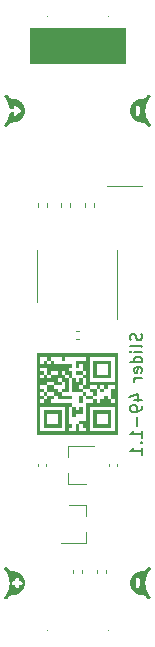
<source format=gbr>
%TF.GenerationSoftware,KiCad,Pcbnew,(5.1.10)-1*%
%TF.CreationDate,2021-07-16T11:56:50-07:00*%
%TF.ProjectId,slider,736c6964-6572-42e6-9b69-6361645f7063,rev?*%
%TF.SameCoordinates,Original*%
%TF.FileFunction,Legend,Bot*%
%TF.FilePolarity,Positive*%
%FSLAX46Y46*%
G04 Gerber Fmt 4.6, Leading zero omitted, Abs format (unit mm)*
G04 Created by KiCad (PCBNEW (5.1.10)-1) date 2021-07-16 11:56:50*
%MOMM*%
%LPD*%
G01*
G04 APERTURE LIST*
%ADD10C,0.100000*%
%ADD11C,0.150000*%
%ADD12C,0.120000*%
G04 APERTURE END LIST*
D10*
G36*
X104000000Y-76000000D02*
G01*
X96000000Y-76000000D01*
X96000000Y-73000000D01*
X104000000Y-73000000D01*
X104000000Y-76000000D01*
G37*
X104000000Y-76000000D02*
X96000000Y-76000000D01*
X96000000Y-73000000D01*
X104000000Y-73000000D01*
X104000000Y-76000000D01*
D11*
X105404761Y-98880952D02*
X105452380Y-99023809D01*
X105452380Y-99261904D01*
X105404761Y-99357142D01*
X105357142Y-99404761D01*
X105261904Y-99452380D01*
X105166666Y-99452380D01*
X105071428Y-99404761D01*
X105023809Y-99357142D01*
X104976190Y-99261904D01*
X104928571Y-99071428D01*
X104880952Y-98976190D01*
X104833333Y-98928571D01*
X104738095Y-98880952D01*
X104642857Y-98880952D01*
X104547619Y-98928571D01*
X104500000Y-98976190D01*
X104452380Y-99071428D01*
X104452380Y-99309523D01*
X104500000Y-99452380D01*
X105452380Y-100023809D02*
X105404761Y-99928571D01*
X105309523Y-99880952D01*
X104452380Y-99880952D01*
X105452380Y-100404761D02*
X104785714Y-100404761D01*
X104452380Y-100404761D02*
X104500000Y-100357142D01*
X104547619Y-100404761D01*
X104500000Y-100452380D01*
X104452380Y-100404761D01*
X104547619Y-100404761D01*
X105452380Y-101309523D02*
X104452380Y-101309523D01*
X105404761Y-101309523D02*
X105452380Y-101214285D01*
X105452380Y-101023809D01*
X105404761Y-100928571D01*
X105357142Y-100880952D01*
X105261904Y-100833333D01*
X104976190Y-100833333D01*
X104880952Y-100880952D01*
X104833333Y-100928571D01*
X104785714Y-101023809D01*
X104785714Y-101214285D01*
X104833333Y-101309523D01*
X105404761Y-102166666D02*
X105452380Y-102071428D01*
X105452380Y-101880952D01*
X105404761Y-101785714D01*
X105309523Y-101738095D01*
X104928571Y-101738095D01*
X104833333Y-101785714D01*
X104785714Y-101880952D01*
X104785714Y-102071428D01*
X104833333Y-102166666D01*
X104928571Y-102214285D01*
X105023809Y-102214285D01*
X105119047Y-101738095D01*
X105452380Y-102642857D02*
X104785714Y-102642857D01*
X104976190Y-102642857D02*
X104880952Y-102690476D01*
X104833333Y-102738095D01*
X104785714Y-102833333D01*
X104785714Y-102928571D01*
X104785714Y-104452380D02*
X105452380Y-104452380D01*
X104404761Y-104214285D02*
X105119047Y-103976190D01*
X105119047Y-104595238D01*
X105452380Y-105023809D02*
X105452380Y-105214285D01*
X105404761Y-105309523D01*
X105357142Y-105357142D01*
X105214285Y-105452380D01*
X105023809Y-105500000D01*
X104642857Y-105500000D01*
X104547619Y-105452380D01*
X104500000Y-105404761D01*
X104452380Y-105309523D01*
X104452380Y-105119047D01*
X104500000Y-105023809D01*
X104547619Y-104976190D01*
X104642857Y-104928571D01*
X104880952Y-104928571D01*
X104976190Y-104976190D01*
X105023809Y-105023809D01*
X105071428Y-105119047D01*
X105071428Y-105309523D01*
X105023809Y-105404761D01*
X104976190Y-105452380D01*
X104880952Y-105500000D01*
X105071428Y-105928571D02*
X105071428Y-106690476D01*
X105452380Y-107690476D02*
X105452380Y-107119047D01*
X105452380Y-107404761D02*
X104452380Y-107404761D01*
X104595238Y-107309523D01*
X104690476Y-107214285D01*
X104738095Y-107119047D01*
X105357142Y-108119047D02*
X105404761Y-108166666D01*
X105452380Y-108119047D01*
X105404761Y-108071428D01*
X105357142Y-108119047D01*
X105452380Y-108119047D01*
X105452380Y-109119047D02*
X105452380Y-108547619D01*
X105452380Y-108833333D02*
X104452380Y-108833333D01*
X104595238Y-108738095D01*
X104690476Y-108642857D01*
X104738095Y-108547619D01*
D10*
%TO.C,MH4*%
G36*
X93957476Y-121372850D02*
G01*
X94897711Y-120452699D01*
X94881975Y-120452038D01*
X94866726Y-120449592D01*
X94852042Y-120445477D01*
X94838001Y-120439805D01*
X94824682Y-120432693D01*
X94812164Y-120424255D01*
X94800525Y-120414605D01*
X94789844Y-120403859D01*
X94780199Y-120392130D01*
X94771669Y-120379534D01*
X94764333Y-120366185D01*
X94758269Y-120352197D01*
X94753555Y-120337687D01*
X94750271Y-120322767D01*
X94748494Y-120307553D01*
X94748304Y-120292159D01*
X94749779Y-120276700D01*
X94749779Y-120261200D01*
X94749779Y-120245700D01*
X94749779Y-120230200D01*
X94749779Y-120214700D01*
X94749779Y-120199200D01*
X94749779Y-120183701D01*
X94749779Y-120168201D01*
X94749779Y-120152701D01*
X94734846Y-120151761D01*
X94719629Y-120151465D01*
X94704186Y-120151649D01*
X94688578Y-120152148D01*
X94672864Y-120152796D01*
X94657103Y-120153428D01*
X94641354Y-120153881D01*
X94625678Y-120153988D01*
X94610134Y-120153585D01*
X94594782Y-120152507D01*
X94579680Y-120150589D01*
X94564889Y-120147666D01*
X94550468Y-120143573D01*
X94536476Y-120138144D01*
X94522974Y-120131217D01*
X94510019Y-120122624D01*
X94497673Y-120112201D01*
X94486888Y-120101813D01*
X94477560Y-120090503D01*
X94469666Y-120078393D01*
X94463183Y-120065606D01*
X94458086Y-120052263D01*
X94454352Y-120038486D01*
X94451958Y-120024398D01*
X94450879Y-120010122D01*
X94451093Y-119995778D01*
X94452575Y-119981489D01*
X94455303Y-119967377D01*
X94459252Y-119953565D01*
X94464399Y-119940175D01*
X94470720Y-119927328D01*
X94478191Y-119915147D01*
X94486790Y-119903755D01*
X94496492Y-119893272D01*
X94507274Y-119883821D01*
X94519112Y-119875525D01*
X94531982Y-119868506D01*
X94545862Y-119862885D01*
X94562366Y-119858410D01*
X94579051Y-119855242D01*
X94595890Y-119853187D01*
X94612854Y-119852051D01*
X94629916Y-119851640D01*
X94647049Y-119851758D01*
X94664225Y-119852212D01*
X94681416Y-119852806D01*
X94698594Y-119853347D01*
X94715733Y-119853639D01*
X94732803Y-119853489D01*
X94749779Y-119852701D01*
X94750719Y-119837769D01*
X94751015Y-119822551D01*
X94750831Y-119807109D01*
X94750332Y-119791501D01*
X94749684Y-119775786D01*
X94749051Y-119760025D01*
X94748599Y-119744277D01*
X94748491Y-119728601D01*
X94748894Y-119713057D01*
X94749971Y-119697704D01*
X94751889Y-119682603D01*
X94754812Y-119667811D01*
X94758904Y-119653390D01*
X94764331Y-119639398D01*
X94771258Y-119625895D01*
X94779850Y-119612940D01*
X94790271Y-119600593D01*
X94800659Y-119589807D01*
X94811968Y-119580479D01*
X94824077Y-119572584D01*
X94836864Y-119566100D01*
X94850207Y-119561002D01*
X94863983Y-119557267D01*
X94878071Y-119554872D01*
X94892348Y-119553793D01*
X94906692Y-119554006D01*
X94920981Y-119555487D01*
X94935092Y-119558214D01*
X94948904Y-119562162D01*
X94962295Y-119567308D01*
X94975142Y-119573628D01*
X94987324Y-119581099D01*
X94998717Y-119589697D01*
X95009200Y-119599398D01*
X95018652Y-119610179D01*
X95026948Y-119622017D01*
X95033969Y-119634887D01*
X95039590Y-119648766D01*
X95044067Y-119665272D01*
X95047236Y-119681958D01*
X95049291Y-119698798D01*
X95050427Y-119715764D01*
X95050838Y-119732828D01*
X95050720Y-119749962D01*
X95050266Y-119767140D01*
X95049672Y-119784332D01*
X95049131Y-119801512D01*
X95048839Y-119818653D01*
X95048989Y-119835725D01*
X95049777Y-119852702D01*
X95064710Y-119853642D01*
X95079927Y-119853937D01*
X95095370Y-119853753D01*
X95110978Y-119853255D01*
X95126692Y-119852607D01*
X95142453Y-119851974D01*
X95158202Y-119851522D01*
X95173878Y-119851414D01*
X95189422Y-119851817D01*
X95204774Y-119852895D01*
X95219876Y-119854814D01*
X95234667Y-119857737D01*
X95249088Y-119861830D01*
X95263080Y-119867258D01*
X95276583Y-119874186D01*
X95289537Y-119882779D01*
X95301883Y-119893201D01*
X95312668Y-119903589D01*
X95321996Y-119914899D01*
X95329890Y-119927009D01*
X95336373Y-119939797D01*
X95341470Y-119953140D01*
X95345204Y-119966916D01*
X95347598Y-119981004D01*
X95348677Y-119995281D01*
X95348463Y-120009625D01*
X95346981Y-120023914D01*
X95344253Y-120038025D01*
X95340304Y-120051837D01*
X95335157Y-120065227D01*
X95328836Y-120078074D01*
X95321365Y-120090255D01*
X95312766Y-120101648D01*
X95303064Y-120112131D01*
X95292282Y-120121581D01*
X95280444Y-120129877D01*
X95267574Y-120136897D01*
X95253694Y-120142517D01*
X95237190Y-120146993D01*
X95220505Y-120150161D01*
X95203667Y-120152215D01*
X95186702Y-120153351D01*
X95169640Y-120153762D01*
X95152507Y-120153644D01*
X95135331Y-120153191D01*
X95118141Y-120152596D01*
X95100962Y-120152055D01*
X95083824Y-120151763D01*
X95066753Y-120151913D01*
X95049777Y-120152701D01*
X95048830Y-120167636D01*
X95048529Y-120182854D01*
X95048710Y-120198296D01*
X95049208Y-120213903D01*
X95049858Y-120229615D01*
X95050496Y-120245375D01*
X95050957Y-120261121D01*
X95051076Y-120276797D01*
X95050688Y-120292342D01*
X95049629Y-120307698D01*
X95047733Y-120322805D01*
X95044836Y-120337604D01*
X95040773Y-120352037D01*
X95035380Y-120366044D01*
X95028491Y-120379566D01*
X95019942Y-120392545D01*
X95009567Y-120404920D01*
X94998331Y-120415836D01*
X94986004Y-120425470D01*
X94972739Y-120433758D01*
X94958690Y-120440633D01*
X94944009Y-120446030D01*
X94928850Y-120449884D01*
X94913366Y-120452129D01*
X94897711Y-120452699D01*
X93957476Y-121372850D01*
X93973809Y-121371858D01*
X93989222Y-121369121D01*
X94003776Y-121364778D01*
X94017534Y-121358966D01*
X94030558Y-121351825D01*
X94042911Y-121343493D01*
X94054656Y-121334107D01*
X94065855Y-121323806D01*
X94076570Y-121312728D01*
X94086865Y-121301012D01*
X94096801Y-121288795D01*
X94106441Y-121276216D01*
X94115848Y-121263413D01*
X94125084Y-121250524D01*
X94134212Y-121237688D01*
X94143294Y-121225043D01*
X94152393Y-121212727D01*
X94161571Y-121200878D01*
X94170891Y-121189634D01*
X94181594Y-121176426D01*
X94192748Y-121163677D01*
X94204335Y-121151388D01*
X94216339Y-121139562D01*
X94228742Y-121128202D01*
X94241527Y-121117309D01*
X94254677Y-121106887D01*
X94268174Y-121096938D01*
X94282003Y-121087463D01*
X94296144Y-121078465D01*
X94310582Y-121069948D01*
X94325298Y-121061912D01*
X94340276Y-121054361D01*
X94355499Y-121047296D01*
X94370949Y-121040721D01*
X94386609Y-121034637D01*
X94402463Y-121029047D01*
X94418492Y-121023953D01*
X94434680Y-121019358D01*
X94451009Y-121015264D01*
X94467462Y-121011673D01*
X94484023Y-121008587D01*
X94500673Y-121006010D01*
X94517396Y-121003944D01*
X94534175Y-121002390D01*
X94550992Y-121001351D01*
X94567830Y-121000830D01*
X94584671Y-121000829D01*
X94601500Y-121001350D01*
X94618027Y-121000522D01*
X94634518Y-120999394D01*
X94650970Y-120997968D01*
X94667379Y-120996247D01*
X94683741Y-120994234D01*
X94700054Y-120991931D01*
X94716314Y-120989341D01*
X94732517Y-120986466D01*
X94748660Y-120983310D01*
X94764739Y-120979873D01*
X94780751Y-120976161D01*
X94796693Y-120972174D01*
X94812560Y-120967915D01*
X94828350Y-120963388D01*
X94844060Y-120958594D01*
X94859684Y-120953537D01*
X94875221Y-120948218D01*
X94890667Y-120942641D01*
X94906017Y-120936809D01*
X94921270Y-120930723D01*
X94936420Y-120924386D01*
X94951466Y-120917802D01*
X94966402Y-120910972D01*
X94981227Y-120903899D01*
X94995936Y-120896586D01*
X95010525Y-120889035D01*
X95024993Y-120881250D01*
X95039334Y-120873232D01*
X95053545Y-120864984D01*
X95067624Y-120856510D01*
X95081566Y-120847810D01*
X95095368Y-120838889D01*
X95109027Y-120829749D01*
X95122539Y-120820392D01*
X95135901Y-120810821D01*
X95149109Y-120801038D01*
X95162160Y-120791047D01*
X95175049Y-120780849D01*
X95187775Y-120770448D01*
X95200333Y-120759846D01*
X95212720Y-120749045D01*
X95224932Y-120738049D01*
X95236967Y-120726860D01*
X95248819Y-120715479D01*
X95260487Y-120703911D01*
X95271966Y-120692158D01*
X95283253Y-120680222D01*
X95294345Y-120668106D01*
X95305238Y-120655812D01*
X95315929Y-120643344D01*
X95326414Y-120630703D01*
X95336689Y-120617893D01*
X95346752Y-120604915D01*
X95356598Y-120591773D01*
X95366225Y-120578469D01*
X95375629Y-120565006D01*
X95384806Y-120551387D01*
X95393753Y-120537613D01*
X95402466Y-120523689D01*
X95410942Y-120509615D01*
X95419178Y-120495395D01*
X95427170Y-120481032D01*
X95434915Y-120466528D01*
X95442408Y-120451885D01*
X95449647Y-120437107D01*
X95456628Y-120422195D01*
X95463348Y-120407154D01*
X95469804Y-120391984D01*
X95475990Y-120376689D01*
X95481906Y-120361271D01*
X95487546Y-120345734D01*
X95492907Y-120330079D01*
X95498377Y-120314462D01*
X95503556Y-120298764D01*
X95508445Y-120282991D01*
X95513044Y-120267146D01*
X95517355Y-120251234D01*
X95521379Y-120235258D01*
X95525116Y-120219223D01*
X95528569Y-120203133D01*
X95531738Y-120186993D01*
X95534624Y-120170806D01*
X95537229Y-120154577D01*
X95539553Y-120138309D01*
X95541598Y-120122008D01*
X95543364Y-120105677D01*
X95544854Y-120089320D01*
X95546067Y-120072942D01*
X95547005Y-120056547D01*
X95547670Y-120040139D01*
X95548062Y-120023722D01*
X95548182Y-120007301D01*
X95548032Y-119990879D01*
X95547612Y-119974462D01*
X95546924Y-119958052D01*
X95545969Y-119941654D01*
X95544748Y-119925273D01*
X95543262Y-119908913D01*
X95541512Y-119892577D01*
X95539499Y-119876271D01*
X95537225Y-119859997D01*
X95534690Y-119843762D01*
X95531896Y-119827567D01*
X95528843Y-119811419D01*
X95525533Y-119795321D01*
X95521968Y-119779277D01*
X95518147Y-119763291D01*
X95514072Y-119747368D01*
X95509745Y-119731511D01*
X95505166Y-119715726D01*
X95500337Y-119700016D01*
X95495258Y-119684386D01*
X95489931Y-119668839D01*
X95484356Y-119653379D01*
X95478536Y-119638012D01*
X95472471Y-119622741D01*
X95466161Y-119607571D01*
X95459609Y-119592505D01*
X95452816Y-119577547D01*
X95445781Y-119562703D01*
X95438508Y-119547976D01*
X95430996Y-119533371D01*
X95423247Y-119518891D01*
X95415262Y-119504540D01*
X95407041Y-119490324D01*
X95398587Y-119476246D01*
X95389900Y-119462310D01*
X95380982Y-119448521D01*
X95371833Y-119434883D01*
X95362454Y-119421400D01*
X95352848Y-119408075D01*
X95343014Y-119394914D01*
X95332953Y-119381921D01*
X95322668Y-119369100D01*
X95312159Y-119356454D01*
X95301427Y-119343989D01*
X95290474Y-119331708D01*
X95279300Y-119319615D01*
X95267907Y-119307716D01*
X95256295Y-119296013D01*
X95244466Y-119284511D01*
X95232421Y-119273215D01*
X95220161Y-119262128D01*
X95207686Y-119251255D01*
X95194803Y-119239966D01*
X95181726Y-119228930D01*
X95168458Y-119218148D01*
X95155006Y-119207622D01*
X95141372Y-119197350D01*
X95127563Y-119187334D01*
X95113583Y-119177574D01*
X95099436Y-119168071D01*
X95085126Y-119158825D01*
X95070660Y-119149837D01*
X95056041Y-119141106D01*
X95041274Y-119132635D01*
X95026363Y-119124422D01*
X95011314Y-119116469D01*
X94996130Y-119108775D01*
X94980817Y-119101343D01*
X94965379Y-119094171D01*
X94949821Y-119087260D01*
X94934148Y-119080612D01*
X94918364Y-119074226D01*
X94902473Y-119068103D01*
X94886481Y-119062243D01*
X94870392Y-119056647D01*
X94854210Y-119051316D01*
X94837941Y-119046249D01*
X94821589Y-119041447D01*
X94805159Y-119036912D01*
X94788655Y-119032642D01*
X94772081Y-119028639D01*
X94755444Y-119024904D01*
X94738746Y-119021436D01*
X94721994Y-119018236D01*
X94705191Y-119015305D01*
X94688342Y-119012643D01*
X94671452Y-119010251D01*
X94654525Y-119008129D01*
X94637567Y-119006277D01*
X94620581Y-119004697D01*
X94603573Y-119003388D01*
X94586546Y-119002350D01*
X94569507Y-119001586D01*
X94552458Y-119001094D01*
X94535406Y-119000876D01*
X94518354Y-119000932D01*
X94501241Y-118999403D01*
X94484280Y-118997221D01*
X94467481Y-118994401D01*
X94450854Y-118990959D01*
X94434408Y-118986907D01*
X94418153Y-118982262D01*
X94402098Y-118977039D01*
X94386254Y-118971251D01*
X94370630Y-118964914D01*
X94355235Y-118958042D01*
X94340080Y-118950651D01*
X94325174Y-118942755D01*
X94310526Y-118934369D01*
X94296146Y-118925507D01*
X94282044Y-118916185D01*
X94268230Y-118906417D01*
X94254713Y-118896219D01*
X94241503Y-118885604D01*
X94228609Y-118874587D01*
X94216042Y-118863184D01*
X94203810Y-118851409D01*
X94191924Y-118839277D01*
X94180392Y-118826803D01*
X94169226Y-118814001D01*
X94158434Y-118800886D01*
X94148026Y-118787474D01*
X94138012Y-118773778D01*
X94128401Y-118759814D01*
X94119203Y-118745596D01*
X94110888Y-118732821D01*
X94101875Y-118720130D01*
X94092184Y-118707677D01*
X94081835Y-118695614D01*
X94070848Y-118684092D01*
X94059243Y-118673263D01*
X94047039Y-118663279D01*
X94034258Y-118654292D01*
X94020918Y-118646455D01*
X94007039Y-118639918D01*
X93992643Y-118634834D01*
X93977747Y-118631355D01*
X93962373Y-118629633D01*
X93946541Y-118629819D01*
X93930269Y-118632067D01*
X93915531Y-118634686D01*
X93901490Y-118638882D01*
X93888194Y-118644542D01*
X93875693Y-118651550D01*
X93864034Y-118659791D01*
X93853266Y-118669152D01*
X93843438Y-118679517D01*
X93834597Y-118690772D01*
X93826792Y-118702801D01*
X93820072Y-118715492D01*
X93814485Y-118728727D01*
X93810079Y-118742395D01*
X93806903Y-118756378D01*
X93805004Y-118770563D01*
X93804433Y-118784836D01*
X93805236Y-118799081D01*
X93807462Y-118813184D01*
X93811160Y-118827030D01*
X93816379Y-118840505D01*
X93823165Y-118853494D01*
X93831569Y-118865882D01*
X93842515Y-118878710D01*
X93853324Y-118891646D01*
X93863997Y-118904687D01*
X93874534Y-118917834D01*
X93884932Y-118931083D01*
X93895194Y-118944434D01*
X93905317Y-118957885D01*
X93915302Y-118971435D01*
X93925148Y-118985082D01*
X93934855Y-118998824D01*
X93944423Y-119012661D01*
X93953851Y-119026591D01*
X93963139Y-119040612D01*
X93972287Y-119054722D01*
X93981293Y-119068921D01*
X93990159Y-119083207D01*
X93998883Y-119097578D01*
X94007465Y-119112033D01*
X94015904Y-119126571D01*
X94024201Y-119141190D01*
X94032355Y-119155888D01*
X94040366Y-119170664D01*
X94048233Y-119185516D01*
X94055956Y-119200444D01*
X94063535Y-119215445D01*
X94070969Y-119230518D01*
X94078258Y-119245662D01*
X94085401Y-119260876D01*
X94092399Y-119276156D01*
X94099250Y-119291504D01*
X94105955Y-119306915D01*
X94112513Y-119322390D01*
X94118923Y-119337927D01*
X94125187Y-119353524D01*
X94131302Y-119369181D01*
X94137268Y-119384894D01*
X94143086Y-119400663D01*
X94148756Y-119416487D01*
X94154275Y-119432364D01*
X94159645Y-119448292D01*
X94164865Y-119464270D01*
X94169934Y-119480297D01*
X94174853Y-119496371D01*
X94179620Y-119512490D01*
X94184236Y-119528653D01*
X94188700Y-119544859D01*
X94193012Y-119561107D01*
X94197171Y-119577394D01*
X94201177Y-119593719D01*
X94205030Y-119610081D01*
X94208729Y-119626478D01*
X94212274Y-119642909D01*
X94215665Y-119659372D01*
X94218901Y-119675866D01*
X94221982Y-119692389D01*
X94224908Y-119708941D01*
X94227677Y-119725518D01*
X94230291Y-119742121D01*
X94232748Y-119758747D01*
X94235048Y-119775395D01*
X94237191Y-119792064D01*
X94239176Y-119808752D01*
X94241004Y-119825457D01*
X94242673Y-119842178D01*
X94244183Y-119858914D01*
X94245535Y-119875664D01*
X94246727Y-119892424D01*
X94247759Y-119909195D01*
X94248631Y-119925975D01*
X94249343Y-119942762D01*
X94249894Y-119959555D01*
X94250284Y-119976352D01*
X94250512Y-119993152D01*
X94250579Y-120009953D01*
X94250483Y-120026755D01*
X94250225Y-120043554D01*
X94249803Y-120060351D01*
X94249219Y-120077143D01*
X94248470Y-120093929D01*
X94247558Y-120110707D01*
X94246482Y-120127476D01*
X94245240Y-120144236D01*
X94243834Y-120160983D01*
X94242262Y-120177716D01*
X94240524Y-120194435D01*
X94238621Y-120211138D01*
X94236550Y-120227823D01*
X94234313Y-120244488D01*
X94231909Y-120261133D01*
X94229337Y-120277756D01*
X94226597Y-120294354D01*
X94223689Y-120310928D01*
X94220612Y-120327475D01*
X94217367Y-120343994D01*
X94213952Y-120360483D01*
X94210367Y-120376941D01*
X94206612Y-120393367D01*
X94202687Y-120409758D01*
X94198590Y-120426114D01*
X94194323Y-120442434D01*
X94189885Y-120458714D01*
X94185345Y-120475633D01*
X94180619Y-120492491D01*
X94175708Y-120509289D01*
X94170614Y-120526024D01*
X94165339Y-120542697D01*
X94159885Y-120559306D01*
X94154253Y-120575852D01*
X94148445Y-120592331D01*
X94142463Y-120608745D01*
X94136308Y-120625093D01*
X94129984Y-120641372D01*
X94123490Y-120657584D01*
X94116829Y-120673726D01*
X94110003Y-120689798D01*
X94103013Y-120705799D01*
X94095862Y-120721729D01*
X94088551Y-120737586D01*
X94081081Y-120753369D01*
X94073455Y-120769079D01*
X94065675Y-120784714D01*
X94057741Y-120800273D01*
X94049657Y-120815755D01*
X94041422Y-120831160D01*
X94033041Y-120846487D01*
X94024513Y-120861735D01*
X94015842Y-120876903D01*
X94007028Y-120891990D01*
X93998073Y-120906996D01*
X93988980Y-120921919D01*
X93979750Y-120936760D01*
X93970384Y-120951516D01*
X93960885Y-120966188D01*
X93951254Y-120980774D01*
X93941494Y-120995274D01*
X93931605Y-121009687D01*
X93921590Y-121024011D01*
X93911450Y-121038247D01*
X93901187Y-121052393D01*
X93890803Y-121066449D01*
X93880300Y-121080414D01*
X93869679Y-121094286D01*
X93858942Y-121108065D01*
X93848092Y-121121751D01*
X93837129Y-121135342D01*
X93826055Y-121148838D01*
X93818755Y-121161877D01*
X93813119Y-121175374D01*
X93809088Y-121189220D01*
X93806605Y-121203305D01*
X93805610Y-121217518D01*
X93806046Y-121231749D01*
X93807853Y-121245888D01*
X93810975Y-121259824D01*
X93815351Y-121273449D01*
X93820925Y-121286651D01*
X93827637Y-121299320D01*
X93835429Y-121311346D01*
X93844243Y-121322620D01*
X93854021Y-121333030D01*
X93864703Y-121342467D01*
X93876233Y-121350820D01*
X93888551Y-121357980D01*
X93901598Y-121363836D01*
X93915318Y-121368279D01*
X93929651Y-121371197D01*
X93944539Y-121372481D01*
X93957475Y-121372850D01*
X93957476Y-121372850D01*
G37*
%TO.C,MH3*%
G36*
X94618581Y-80147257D02*
G01*
X94602643Y-80148069D01*
X94586589Y-80148428D01*
X94570440Y-80148428D01*
X94554219Y-80148161D01*
X94537947Y-80147721D01*
X94521647Y-80147201D01*
X94505339Y-80146694D01*
X94489048Y-80146295D01*
X94472794Y-80146095D01*
X94456599Y-80146189D01*
X94440485Y-80146670D01*
X94424476Y-80147631D01*
X94408591Y-80149165D01*
X94392855Y-80151366D01*
X94377287Y-80154327D01*
X94361912Y-80158141D01*
X94346749Y-80162902D01*
X94331823Y-80168703D01*
X94317154Y-80175638D01*
X94302764Y-80183799D01*
X94291288Y-80195275D01*
X94280608Y-80207174D01*
X94270685Y-80219473D01*
X94261476Y-80232152D01*
X94252942Y-80245191D01*
X94245042Y-80258569D01*
X94237735Y-80272266D01*
X94230980Y-80286260D01*
X94224736Y-80300532D01*
X94218964Y-80315061D01*
X94213621Y-80329826D01*
X94208667Y-80344807D01*
X94204062Y-80359983D01*
X94199765Y-80375333D01*
X94195734Y-80390838D01*
X94191930Y-80406476D01*
X94188312Y-80422226D01*
X94184838Y-80438069D01*
X94181468Y-80453983D01*
X94178161Y-80469949D01*
X94174877Y-80485945D01*
X94171575Y-80501950D01*
X94168214Y-80517946D01*
X94164752Y-80533909D01*
X94161151Y-80549821D01*
X94157368Y-80565661D01*
X94153363Y-80581408D01*
X94149096Y-80597041D01*
X94144525Y-80612540D01*
X94139610Y-80627884D01*
X94134309Y-80643053D01*
X94128583Y-80658026D01*
X94122391Y-80672783D01*
X94115691Y-80687302D01*
X94108444Y-80701564D01*
X94100607Y-80715548D01*
X94092142Y-80729233D01*
X94083006Y-80742599D01*
X94078124Y-80758460D01*
X94072580Y-80773997D01*
X94066417Y-80789230D01*
X94059678Y-80804180D01*
X94052407Y-80818866D01*
X94044648Y-80833309D01*
X94036443Y-80847528D01*
X94027836Y-80861543D01*
X94018871Y-80875375D01*
X94009591Y-80889043D01*
X94000040Y-80902567D01*
X93990261Y-80915967D01*
X93980297Y-80929264D01*
X93970192Y-80942477D01*
X93959990Y-80955627D01*
X93949733Y-80968732D01*
X93939466Y-80981814D01*
X93929232Y-80994892D01*
X93919074Y-81007987D01*
X93909036Y-81021118D01*
X93899161Y-81034305D01*
X93889492Y-81047568D01*
X93880074Y-81060927D01*
X93870949Y-81074403D01*
X93862162Y-81088015D01*
X93853754Y-81101783D01*
X93845771Y-81115727D01*
X93838255Y-81129867D01*
X93831250Y-81144224D01*
X93824800Y-81158817D01*
X93818947Y-81173666D01*
X93813736Y-81188791D01*
X93809209Y-81204212D01*
X93805410Y-81219949D01*
X93806185Y-81234853D01*
X93808095Y-81248912D01*
X93811081Y-81262132D01*
X93815084Y-81274514D01*
X93820046Y-81286064D01*
X93825905Y-81296784D01*
X93832605Y-81306678D01*
X93840084Y-81315749D01*
X93848285Y-81324002D01*
X93857148Y-81331440D01*
X93866613Y-81338066D01*
X93876622Y-81343883D01*
X93887115Y-81348897D01*
X93898033Y-81353109D01*
X93909317Y-81356525D01*
X93920908Y-81359146D01*
X93932747Y-81360978D01*
X93944774Y-81362023D01*
X93956929Y-81362284D01*
X93969155Y-81361767D01*
X93981392Y-81360474D01*
X93993580Y-81358408D01*
X94005660Y-81355574D01*
X94017574Y-81351975D01*
X94029261Y-81347614D01*
X94040663Y-81342496D01*
X94051721Y-81336623D01*
X94062375Y-81329999D01*
X94072567Y-81322628D01*
X94082236Y-81314514D01*
X94091324Y-81305660D01*
X94099772Y-81296069D01*
X94107520Y-81285745D01*
X94114509Y-81274693D01*
X94120680Y-81262914D01*
X94125974Y-81250414D01*
X94130332Y-81237195D01*
X94138722Y-81222972D01*
X94147403Y-81209347D01*
X94156367Y-81196304D01*
X94165608Y-81183829D01*
X94175118Y-81171907D01*
X94184890Y-81160523D01*
X94194919Y-81149662D01*
X94205196Y-81139309D01*
X94215716Y-81129451D01*
X94226470Y-81120071D01*
X94237453Y-81111154D01*
X94248656Y-81102687D01*
X94260075Y-81094654D01*
X94271701Y-81087041D01*
X94283527Y-81079832D01*
X94295548Y-81073013D01*
X94307755Y-81066568D01*
X94320142Y-81060484D01*
X94332703Y-81054745D01*
X94345429Y-81049336D01*
X94358315Y-81044243D01*
X94371354Y-81039450D01*
X94384538Y-81034943D01*
X94397860Y-81030707D01*
X94411315Y-81026727D01*
X94424894Y-81022989D01*
X94438592Y-81019477D01*
X94452400Y-81016177D01*
X94466313Y-81013073D01*
X94480323Y-81010152D01*
X94494424Y-81007398D01*
X94508608Y-81004795D01*
X94522870Y-81002331D01*
X94537200Y-80999989D01*
X94551594Y-80997754D01*
X94566044Y-80995613D01*
X94580543Y-80993550D01*
X94595085Y-80991550D01*
X94609661Y-80989598D01*
X94624267Y-80987680D01*
X94638894Y-80985780D01*
X94653535Y-80983885D01*
X94668185Y-80981979D01*
X94682835Y-80980046D01*
X94697480Y-80978074D01*
X94712112Y-80976045D01*
X94726724Y-80973947D01*
X94741310Y-80971763D01*
X94755862Y-80969479D01*
X94770373Y-80967081D01*
X94784838Y-80964553D01*
X94799248Y-80961880D01*
X94813598Y-80959048D01*
X94827879Y-80956042D01*
X94842086Y-80952847D01*
X94856211Y-80949448D01*
X94870248Y-80945830D01*
X94884189Y-80941978D01*
X94898028Y-80937879D01*
X94911757Y-80933516D01*
X94925371Y-80928875D01*
X94938862Y-80923941D01*
X94952222Y-80918700D01*
X94965446Y-80913136D01*
X94978527Y-80907234D01*
X94991456Y-80900981D01*
X95004229Y-80894360D01*
X95016837Y-80887357D01*
X95029274Y-80879958D01*
X95041533Y-80872147D01*
X95053607Y-80863909D01*
X95065489Y-80855230D01*
X95077173Y-80846095D01*
X95091063Y-80837671D01*
X95104770Y-80829009D01*
X95118292Y-80820113D01*
X95131629Y-80810987D01*
X95144779Y-80801634D01*
X95157742Y-80792059D01*
X95170515Y-80782265D01*
X95183098Y-80772256D01*
X95195489Y-80762036D01*
X95207688Y-80751608D01*
X95219694Y-80740977D01*
X95231505Y-80730146D01*
X95243120Y-80719119D01*
X95254537Y-80707900D01*
X95265757Y-80696492D01*
X95276777Y-80684900D01*
X95287596Y-80673128D01*
X95298214Y-80661178D01*
X95308629Y-80649055D01*
X95318841Y-80636762D01*
X95328847Y-80624305D01*
X95338646Y-80611685D01*
X95348239Y-80598907D01*
X95357623Y-80585976D01*
X95366797Y-80572894D01*
X95375760Y-80559665D01*
X95384512Y-80546293D01*
X95393050Y-80532783D01*
X95401374Y-80519138D01*
X95409482Y-80505361D01*
X95417374Y-80491456D01*
X95425048Y-80477428D01*
X95432504Y-80463280D01*
X95439739Y-80449016D01*
X95446753Y-80434640D01*
X95453545Y-80420155D01*
X95460113Y-80405565D01*
X95466457Y-80390874D01*
X95472575Y-80376086D01*
X95478466Y-80361205D01*
X95484129Y-80346234D01*
X95489563Y-80331178D01*
X95494767Y-80316040D01*
X95499739Y-80300823D01*
X95504479Y-80285533D01*
X95508984Y-80270171D01*
X95513255Y-80254743D01*
X95517290Y-80239252D01*
X95521087Y-80223702D01*
X95524646Y-80208097D01*
X95527966Y-80192440D01*
X95531045Y-80176736D01*
X95533882Y-80160988D01*
X95536476Y-80145199D01*
X95538827Y-80129374D01*
X95540931Y-80113517D01*
X95542790Y-80097631D01*
X95544401Y-80081720D01*
X95545763Y-80065789D01*
X95546876Y-80049839D01*
X95547737Y-80033877D01*
X95548346Y-80017904D01*
X95548703Y-80001926D01*
X95548804Y-79985946D01*
X95548650Y-79969967D01*
X95548240Y-79953994D01*
X95547571Y-79938030D01*
X95546644Y-79922080D01*
X95545456Y-79906146D01*
X95544007Y-79890233D01*
X95542296Y-79874345D01*
X95540321Y-79858485D01*
X95538081Y-79842657D01*
X95535576Y-79826865D01*
X95532803Y-79811113D01*
X95529762Y-79795404D01*
X95526452Y-79779743D01*
X95522872Y-79764133D01*
X95519019Y-79748578D01*
X95514894Y-79733081D01*
X95510496Y-79717648D01*
X95505822Y-79702280D01*
X95500871Y-79686983D01*
X95495644Y-79671759D01*
X95490138Y-79656614D01*
X95484352Y-79641550D01*
X95478286Y-79626571D01*
X95471938Y-79611682D01*
X95465306Y-79596885D01*
X95458390Y-79582185D01*
X95451616Y-79566714D01*
X95444573Y-79551431D01*
X95437265Y-79536335D01*
X95429696Y-79521427D01*
X95421870Y-79506709D01*
X95413790Y-79492181D01*
X95405460Y-79477843D01*
X95396884Y-79463696D01*
X95388066Y-79449741D01*
X95379010Y-79435979D01*
X95369719Y-79422411D01*
X95360197Y-79409036D01*
X95350448Y-79395855D01*
X95340476Y-79382870D01*
X95330284Y-79370081D01*
X95319877Y-79357489D01*
X95309258Y-79345094D01*
X95298431Y-79332897D01*
X95287400Y-79320899D01*
X95276168Y-79309100D01*
X95264739Y-79297501D01*
X95253118Y-79286103D01*
X95241308Y-79274906D01*
X95229312Y-79263912D01*
X95217135Y-79253120D01*
X95204780Y-79242531D01*
X95192252Y-79232147D01*
X95179553Y-79221968D01*
X95166688Y-79211994D01*
X95153660Y-79202226D01*
X95140474Y-79192665D01*
X95127133Y-79183311D01*
X95113641Y-79174166D01*
X95100001Y-79165229D01*
X95086218Y-79156502D01*
X95072295Y-79147985D01*
X95058236Y-79139679D01*
X95044045Y-79131585D01*
X95029726Y-79123703D01*
X95015282Y-79116034D01*
X95000717Y-79108578D01*
X94986036Y-79101337D01*
X94971241Y-79094311D01*
X94956337Y-79087500D01*
X94941327Y-79080906D01*
X94926216Y-79074529D01*
X94911006Y-79068369D01*
X94895703Y-79062428D01*
X94880309Y-79056705D01*
X94864828Y-79051203D01*
X94849264Y-79045921D01*
X94833622Y-79040860D01*
X94817904Y-79036020D01*
X94802115Y-79031403D01*
X94786259Y-79027009D01*
X94770338Y-79022839D01*
X94754357Y-79018894D01*
X94738321Y-79015173D01*
X94722231Y-79011679D01*
X94706093Y-79008410D01*
X94689911Y-79005369D01*
X94673687Y-79002556D01*
X94657426Y-78999972D01*
X94641131Y-78997616D01*
X94624807Y-78995490D01*
X94608457Y-78993595D01*
X94592085Y-78991932D01*
X94575694Y-78990500D01*
X94559289Y-78989301D01*
X94542873Y-78988335D01*
X94526451Y-78987602D01*
X94510025Y-78987105D01*
X94493600Y-78986843D01*
X94477180Y-78986817D01*
X94460767Y-78987027D01*
X94443942Y-78985675D01*
X94427696Y-78983452D01*
X94412007Y-78980395D01*
X94396848Y-78976545D01*
X94382194Y-78971938D01*
X94368020Y-78966614D01*
X94354301Y-78960611D01*
X94341012Y-78953968D01*
X94328127Y-78946722D01*
X94315621Y-78938913D01*
X94303469Y-78930579D01*
X94291646Y-78921757D01*
X94280126Y-78912488D01*
X94268885Y-78902808D01*
X94257897Y-78892757D01*
X94247137Y-78882374D01*
X94236580Y-78871695D01*
X94226200Y-78860761D01*
X94215973Y-78849608D01*
X94205873Y-78838277D01*
X94195875Y-78826805D01*
X94185954Y-78815230D01*
X94176084Y-78803592D01*
X94166241Y-78791928D01*
X94156399Y-78780277D01*
X94146533Y-78768678D01*
X94136617Y-78757169D01*
X94126627Y-78745788D01*
X94116538Y-78734574D01*
X94106324Y-78723565D01*
X94095960Y-78712799D01*
X94085420Y-78702316D01*
X94074680Y-78692154D01*
X94063715Y-78682350D01*
X94052498Y-78672944D01*
X94041006Y-78663974D01*
X94029212Y-78655478D01*
X94017092Y-78647495D01*
X94004621Y-78640063D01*
X93991772Y-78633221D01*
X93978522Y-78627008D01*
X93963489Y-78625156D01*
X93949106Y-78624597D01*
X93935380Y-78625271D01*
X93922317Y-78627117D01*
X93909924Y-78630075D01*
X93898208Y-78634084D01*
X93887176Y-78639082D01*
X93876836Y-78645011D01*
X93867193Y-78651809D01*
X93858256Y-78659415D01*
X93850030Y-78667768D01*
X93842523Y-78676810D01*
X93835742Y-78686477D01*
X93829694Y-78696711D01*
X93824386Y-78707451D01*
X93819824Y-78718635D01*
X93816015Y-78730203D01*
X93812967Y-78742095D01*
X93810687Y-78754250D01*
X93809180Y-78766607D01*
X93808455Y-78779107D01*
X93808519Y-78791687D01*
X93809377Y-78804288D01*
X93811038Y-78816849D01*
X93813508Y-78829309D01*
X93816793Y-78841608D01*
X93820902Y-78853686D01*
X93825840Y-78865480D01*
X93831616Y-78876932D01*
X93838235Y-78887980D01*
X93845705Y-78898564D01*
X93854032Y-78908623D01*
X93863224Y-78918097D01*
X93873288Y-78926924D01*
X93884230Y-78935045D01*
X93896057Y-78942399D01*
X93907292Y-78955800D01*
X93918244Y-78969351D01*
X93928921Y-78983048D01*
X93939328Y-78996886D01*
X93949473Y-79010861D01*
X93959363Y-79024970D01*
X93969003Y-79039209D01*
X93978401Y-79053574D01*
X93987562Y-79068060D01*
X93996495Y-79082665D01*
X94005205Y-79097383D01*
X94013698Y-79112212D01*
X94021983Y-79127147D01*
X94030064Y-79142185D01*
X94037950Y-79157321D01*
X94045646Y-79172552D01*
X94053158Y-79187873D01*
X94060495Y-79203281D01*
X94067662Y-79218772D01*
X94074666Y-79234342D01*
X94081514Y-79249986D01*
X94088212Y-79265702D01*
X94094767Y-79281486D01*
X94101185Y-79297332D01*
X94107473Y-79313238D01*
X94113638Y-79329199D01*
X94119687Y-79345212D01*
X94125625Y-79361273D01*
X94131461Y-79377378D01*
X94137199Y-79393522D01*
X94142847Y-79409702D01*
X94148412Y-79425915D01*
X94153900Y-79442155D01*
X94159318Y-79458420D01*
X94164672Y-79474705D01*
X94169969Y-79491007D01*
X94175216Y-79507321D01*
X94180419Y-79523643D01*
X94185585Y-79539971D01*
X94190721Y-79556299D01*
X94195832Y-79572624D01*
X94200927Y-79588942D01*
X94206011Y-79605249D01*
X94211091Y-79621541D01*
X94216174Y-79637815D01*
X94221266Y-79654066D01*
X94226374Y-79670290D01*
X94231504Y-79686484D01*
X94236664Y-79702644D01*
X94241859Y-79718765D01*
X94247097Y-79734844D01*
X94252384Y-79750877D01*
X94257727Y-79766860D01*
X94268447Y-79780389D01*
X94279818Y-79792359D01*
X94291796Y-79802862D01*
X94304340Y-79811990D01*
X94317407Y-79819836D01*
X94330954Y-79826492D01*
X94344939Y-79832052D01*
X94359319Y-79836606D01*
X94374052Y-79840249D01*
X94389095Y-79843072D01*
X94404405Y-79845168D01*
X94419941Y-79846629D01*
X94435659Y-79847548D01*
X94451518Y-79848017D01*
X94467473Y-79848128D01*
X94483484Y-79847975D01*
X94499507Y-79847650D01*
X94515500Y-79847245D01*
X94531420Y-79846852D01*
X94547225Y-79846564D01*
X94562873Y-79846474D01*
X94578320Y-79846674D01*
X94593524Y-79847257D01*
X94605761Y-79847239D01*
X94613839Y-79843060D01*
X94618505Y-79835470D01*
X94620508Y-79825218D01*
X94620599Y-79813054D01*
X94619526Y-79799725D01*
X94618039Y-79785982D01*
X94616886Y-79772573D01*
X94616817Y-79760249D01*
X94618581Y-79749757D01*
X94619364Y-79733619D01*
X94619524Y-79717357D01*
X94619249Y-79701006D01*
X94618722Y-79684605D01*
X94618130Y-79668190D01*
X94617657Y-79651797D01*
X94617490Y-79635464D01*
X94617813Y-79619228D01*
X94618812Y-79603124D01*
X94620672Y-79587191D01*
X94623578Y-79571464D01*
X94627716Y-79555981D01*
X94639100Y-79545569D01*
X94650552Y-79539179D01*
X94662037Y-79536338D01*
X94673522Y-79536575D01*
X94684974Y-79539419D01*
X94696360Y-79544398D01*
X94707645Y-79551041D01*
X94718797Y-79558876D01*
X94729781Y-79567432D01*
X94740565Y-79576238D01*
X94751114Y-79584822D01*
X94761395Y-79592712D01*
X94771374Y-79599438D01*
X94785281Y-79610025D01*
X94799206Y-79620590D01*
X94813149Y-79631136D01*
X94827106Y-79641665D01*
X94841078Y-79652177D01*
X94855062Y-79662676D01*
X94869058Y-79673161D01*
X94883062Y-79683636D01*
X94897075Y-79694102D01*
X94911094Y-79704561D01*
X94925119Y-79715014D01*
X94939146Y-79725462D01*
X94953176Y-79735909D01*
X94967206Y-79746355D01*
X94981235Y-79756802D01*
X94995262Y-79767253D01*
X95009284Y-79777707D01*
X95023301Y-79788168D01*
X95037311Y-79798638D01*
X95051312Y-79809116D01*
X95065304Y-79819607D01*
X95079283Y-79830110D01*
X95093250Y-79840629D01*
X95107202Y-79851164D01*
X95121138Y-79861717D01*
X95135056Y-79872291D01*
X95148955Y-79882886D01*
X95162834Y-79893504D01*
X95176690Y-79904148D01*
X95190523Y-79914819D01*
X95204331Y-79925518D01*
X95218112Y-79936248D01*
X95231865Y-79947009D01*
X95245589Y-79957805D01*
X95259281Y-79968635D01*
X95265550Y-79983530D01*
X95267545Y-79997119D01*
X95265826Y-80009542D01*
X95260953Y-80020941D01*
X95253488Y-80031459D01*
X95243991Y-80041235D01*
X95233022Y-80050412D01*
X95221143Y-80059132D01*
X95208915Y-80067535D01*
X95196897Y-80075763D01*
X95185652Y-80083957D01*
X95175738Y-80092259D01*
X95161692Y-80102638D01*
X95147660Y-80113039D01*
X95133643Y-80123463D01*
X95119638Y-80133906D01*
X95105644Y-80144368D01*
X95091661Y-80154845D01*
X95077686Y-80165337D01*
X95063720Y-80175840D01*
X95049760Y-80186354D01*
X95035805Y-80196876D01*
X95021854Y-80207405D01*
X95007906Y-80217938D01*
X94993960Y-80228474D01*
X94980014Y-80239010D01*
X94966067Y-80249545D01*
X94952118Y-80260076D01*
X94938166Y-80270603D01*
X94924209Y-80281122D01*
X94910246Y-80291632D01*
X94896277Y-80302131D01*
X94882299Y-80312618D01*
X94868312Y-80323090D01*
X94854315Y-80333544D01*
X94840305Y-80343981D01*
X94826282Y-80354396D01*
X94812245Y-80364789D01*
X94798193Y-80375158D01*
X94784124Y-80385500D01*
X94770036Y-80395814D01*
X94755930Y-80406098D01*
X94741803Y-80416350D01*
X94727654Y-80426567D01*
X94713483Y-80436749D01*
X94699287Y-80446892D01*
X94685066Y-80456996D01*
X94668575Y-80459041D01*
X94654954Y-80457604D01*
X94643939Y-80453106D01*
X94635263Y-80445963D01*
X94628660Y-80436596D01*
X94623865Y-80425422D01*
X94620612Y-80412861D01*
X94618635Y-80399330D01*
X94617668Y-80385249D01*
X94617444Y-80371036D01*
X94617700Y-80357110D01*
X94618167Y-80343889D01*
X94618581Y-80331792D01*
X94618581Y-80315016D01*
X94618581Y-80298240D01*
X94618581Y-80281464D01*
X94618581Y-80264688D01*
X94618581Y-80247912D01*
X94618581Y-80231136D01*
X94618581Y-80214360D01*
X94618581Y-80197585D01*
X94618581Y-80180809D01*
X94618581Y-80164033D01*
X94618581Y-80147257D01*
G37*
%TO.C,MH2*%
G36*
X106198250Y-81220879D02*
G01*
X105253329Y-79699766D01*
X105253218Y-79717147D01*
X105253133Y-79734530D01*
X105253071Y-79751914D01*
X105253030Y-79769299D01*
X105253009Y-79786685D01*
X105253006Y-79804073D01*
X105253018Y-79821461D01*
X105253044Y-79838850D01*
X105253081Y-79856239D01*
X105253128Y-79873629D01*
X105253182Y-79891020D01*
X105253242Y-79908411D01*
X105253305Y-79925802D01*
X105253370Y-79943193D01*
X105253434Y-79960584D01*
X105253496Y-79977975D01*
X105253554Y-79995366D01*
X105253605Y-80012756D01*
X105253648Y-80030146D01*
X105253681Y-80047536D01*
X105253701Y-80064924D01*
X105253706Y-80082312D01*
X105253695Y-80099699D01*
X105253666Y-80117085D01*
X105253617Y-80134469D01*
X105253545Y-80151853D01*
X105253449Y-80169235D01*
X105253326Y-80186615D01*
X105253175Y-80203994D01*
X105252994Y-80221371D01*
X105252780Y-80238747D01*
X105252532Y-80256120D01*
X105252247Y-80273492D01*
X105251925Y-80290861D01*
X105251562Y-80308228D01*
X105251156Y-80325592D01*
X105248407Y-80340312D01*
X105244086Y-80354321D01*
X105238308Y-80367572D01*
X105231190Y-80380017D01*
X105222845Y-80391609D01*
X105213389Y-80402301D01*
X105202936Y-80412045D01*
X105191602Y-80420794D01*
X105179502Y-80428499D01*
X105166751Y-80435115D01*
X105153463Y-80440593D01*
X105139754Y-80444887D01*
X105125739Y-80447947D01*
X105111533Y-80449728D01*
X105097250Y-80450182D01*
X105083006Y-80449261D01*
X105068916Y-80446919D01*
X105055095Y-80443106D01*
X105041658Y-80437777D01*
X105028719Y-80430884D01*
X105016394Y-80422378D01*
X105003394Y-80412778D01*
X104992179Y-80402038D01*
X104982629Y-80390280D01*
X104974626Y-80377624D01*
X104968049Y-80364192D01*
X104962780Y-80350104D01*
X104958697Y-80335481D01*
X104955683Y-80320443D01*
X104953618Y-80305112D01*
X104952381Y-80289607D01*
X104951853Y-80274051D01*
X104951916Y-80258563D01*
X104952448Y-80243264D01*
X104953332Y-80228275D01*
X104953462Y-80210956D01*
X104953559Y-80193634D01*
X104953625Y-80176311D01*
X104953663Y-80158987D01*
X104953676Y-80141661D01*
X104953667Y-80124333D01*
X104953639Y-80107005D01*
X104953596Y-80089675D01*
X104953539Y-80072345D01*
X104953473Y-80055014D01*
X104953400Y-80037683D01*
X104953323Y-80020352D01*
X104953245Y-80003020D01*
X104953170Y-79985689D01*
X104953099Y-79968358D01*
X104953038Y-79951028D01*
X104952987Y-79933698D01*
X104952951Y-79916369D01*
X104952932Y-79899041D01*
X104952933Y-79881714D01*
X104952958Y-79864388D01*
X104953009Y-79847064D01*
X104953090Y-79829742D01*
X104953203Y-79812422D01*
X104953352Y-79795104D01*
X104953539Y-79777788D01*
X104953767Y-79760474D01*
X104954041Y-79743163D01*
X104954361Y-79725855D01*
X104954732Y-79708550D01*
X104955157Y-79691248D01*
X104955638Y-79673949D01*
X104958461Y-79659243D01*
X104962852Y-79645256D01*
X104968696Y-79632034D01*
X104975877Y-79619625D01*
X104984279Y-79608075D01*
X104993789Y-79597431D01*
X105004290Y-79587740D01*
X105015668Y-79579048D01*
X105027806Y-79571403D01*
X105040591Y-79564852D01*
X105053906Y-79559441D01*
X105067636Y-79555216D01*
X105081666Y-79552226D01*
X105095881Y-79550517D01*
X105110166Y-79550135D01*
X105124405Y-79551127D01*
X105138483Y-79553541D01*
X105152285Y-79557423D01*
X105165695Y-79562819D01*
X105178599Y-79569778D01*
X105190881Y-79578345D01*
X105203217Y-79588171D01*
X105214385Y-79599265D01*
X105224307Y-79611476D01*
X105232905Y-79624653D01*
X105240103Y-79638647D01*
X105245821Y-79653305D01*
X105249983Y-79668478D01*
X105252512Y-79684016D01*
X105253329Y-79699766D01*
X106198250Y-81220879D01*
X106197164Y-81204718D01*
X106194353Y-81189303D01*
X106189991Y-81174560D01*
X106184256Y-81160413D01*
X106177321Y-81146787D01*
X106169362Y-81133605D01*
X106160555Y-81120794D01*
X106151074Y-81108276D01*
X106141096Y-81095978D01*
X106130795Y-81083823D01*
X106120346Y-81071737D01*
X106109926Y-81059643D01*
X106099709Y-81047467D01*
X106089870Y-81035133D01*
X106080586Y-81022565D01*
X106072030Y-81009688D01*
X106064380Y-80996428D01*
X106054694Y-80982546D01*
X106045158Y-80968569D01*
X106035772Y-80954498D01*
X106026537Y-80940337D01*
X106017453Y-80926085D01*
X106008519Y-80911744D01*
X105999736Y-80897316D01*
X105991104Y-80882803D01*
X105982624Y-80868206D01*
X105974295Y-80853526D01*
X105966117Y-80838765D01*
X105958091Y-80823925D01*
X105950217Y-80809007D01*
X105942495Y-80794013D01*
X105934925Y-80778944D01*
X105927507Y-80763801D01*
X105920242Y-80748587D01*
X105913129Y-80733302D01*
X105906169Y-80717949D01*
X105899361Y-80702529D01*
X105892707Y-80687043D01*
X105886205Y-80671493D01*
X105879857Y-80655880D01*
X105873663Y-80640206D01*
X105867622Y-80624473D01*
X105861734Y-80608682D01*
X105856001Y-80592834D01*
X105850421Y-80576932D01*
X105844996Y-80560976D01*
X105839725Y-80544968D01*
X105834608Y-80528910D01*
X105829646Y-80512803D01*
X105824839Y-80496649D01*
X105820186Y-80480449D01*
X105815689Y-80464205D01*
X105811347Y-80447919D01*
X105807160Y-80431591D01*
X105803128Y-80415223D01*
X105799252Y-80398818D01*
X105795532Y-80382376D01*
X105791968Y-80365899D01*
X105788560Y-80349389D01*
X105785308Y-80332846D01*
X105782212Y-80316274D01*
X105779273Y-80299672D01*
X105776490Y-80283043D01*
X105773865Y-80266389D01*
X105771396Y-80249710D01*
X105769084Y-80233008D01*
X105766930Y-80216285D01*
X105764933Y-80199543D01*
X105763093Y-80182782D01*
X105761411Y-80166005D01*
X105759887Y-80149212D01*
X105758520Y-80132406D01*
X105757312Y-80115588D01*
X105756262Y-80098760D01*
X105755371Y-80081923D01*
X105754638Y-80065078D01*
X105754064Y-80048227D01*
X105753648Y-80031372D01*
X105753392Y-80014515D01*
X105753294Y-79997656D01*
X105753356Y-79980797D01*
X105753578Y-79963940D01*
X105753958Y-79947086D01*
X105754499Y-79930237D01*
X105755199Y-79913395D01*
X105756060Y-79896560D01*
X105757080Y-79879735D01*
X105758261Y-79862921D01*
X105759603Y-79846119D01*
X105761104Y-79829332D01*
X105762767Y-79812560D01*
X105764591Y-79795805D01*
X105766575Y-79779068D01*
X105768721Y-79762352D01*
X105771028Y-79745658D01*
X105773496Y-79728987D01*
X105776126Y-79712340D01*
X105778918Y-79695720D01*
X105781872Y-79679128D01*
X105784988Y-79662565D01*
X105788266Y-79646033D01*
X105791706Y-79629533D01*
X105795309Y-79613068D01*
X105799074Y-79596637D01*
X105803002Y-79580244D01*
X105807093Y-79563890D01*
X105811348Y-79547575D01*
X105815765Y-79531302D01*
X105820346Y-79515073D01*
X105825090Y-79498888D01*
X105829998Y-79482749D01*
X105835070Y-79466658D01*
X105840306Y-79450616D01*
X105845705Y-79434625D01*
X105851269Y-79418686D01*
X105856998Y-79402802D01*
X105862891Y-79386972D01*
X105868948Y-79371200D01*
X105875171Y-79355486D01*
X105881558Y-79339832D01*
X105888111Y-79324240D01*
X105894829Y-79308710D01*
X105901712Y-79293246D01*
X105908664Y-79277139D01*
X105915828Y-79261143D01*
X105923196Y-79245255D01*
X105930764Y-79229473D01*
X105938527Y-79213795D01*
X105946477Y-79198220D01*
X105954611Y-79182744D01*
X105962921Y-79167367D01*
X105971403Y-79152086D01*
X105980051Y-79136898D01*
X105988859Y-79121804D01*
X105997821Y-79106799D01*
X106006933Y-79091882D01*
X106016188Y-79077052D01*
X106025580Y-79062306D01*
X106035105Y-79047642D01*
X106044756Y-79033058D01*
X106054528Y-79018553D01*
X106064415Y-79004123D01*
X106074411Y-78989768D01*
X106084512Y-78975486D01*
X106094710Y-78961273D01*
X106105002Y-78947129D01*
X106115380Y-78933051D01*
X106125840Y-78919037D01*
X106136376Y-78905086D01*
X106146981Y-78891195D01*
X106157651Y-78877363D01*
X106168381Y-78863586D01*
X106179163Y-78849864D01*
X106186084Y-78836621D01*
X106191330Y-78822966D01*
X106194960Y-78809010D01*
X106197037Y-78794859D01*
X106197623Y-78780624D01*
X106196778Y-78766411D01*
X106194564Y-78752330D01*
X106191043Y-78738488D01*
X106186276Y-78724995D01*
X106180325Y-78711959D01*
X106173251Y-78699488D01*
X106165116Y-78687691D01*
X106155981Y-78676675D01*
X106145908Y-78666550D01*
X106134958Y-78657425D01*
X106123193Y-78649406D01*
X106110674Y-78642603D01*
X106097463Y-78637125D01*
X106083621Y-78633079D01*
X106069210Y-78630574D01*
X106054291Y-78629719D01*
X106037827Y-78629551D01*
X106022207Y-78631281D01*
X106007382Y-78634758D01*
X105993302Y-78639832D01*
X105979917Y-78646352D01*
X105967178Y-78654166D01*
X105955035Y-78663124D01*
X105943439Y-78673075D01*
X105932339Y-78683869D01*
X105921687Y-78695354D01*
X105911432Y-78707379D01*
X105901525Y-78719794D01*
X105891916Y-78732447D01*
X105882556Y-78745189D01*
X105873395Y-78757867D01*
X105864383Y-78770332D01*
X105855471Y-78782432D01*
X105846609Y-78794016D01*
X105836739Y-78807471D01*
X105826414Y-78820506D01*
X105815651Y-78833116D01*
X105804467Y-78845300D01*
X105792876Y-78857053D01*
X105780896Y-78868374D01*
X105768542Y-78879257D01*
X105755830Y-78889701D01*
X105742776Y-78899701D01*
X105729396Y-78909256D01*
X105715707Y-78918361D01*
X105701724Y-78927013D01*
X105687463Y-78935209D01*
X105672941Y-78942947D01*
X105658173Y-78950222D01*
X105643176Y-78957031D01*
X105627965Y-78963371D01*
X105612557Y-78969240D01*
X105596967Y-78974633D01*
X105581212Y-78979548D01*
X105565307Y-78983982D01*
X105549269Y-78987930D01*
X105533114Y-78991390D01*
X105516858Y-78994359D01*
X105500516Y-78996834D01*
X105484105Y-78998811D01*
X105467641Y-79000287D01*
X105451140Y-79001259D01*
X105434617Y-79001723D01*
X105418090Y-79001677D01*
X105401573Y-79001117D01*
X105385047Y-79001945D01*
X105368556Y-79003074D01*
X105352104Y-79004500D01*
X105335695Y-79006221D01*
X105319332Y-79008234D01*
X105303020Y-79010537D01*
X105286760Y-79013128D01*
X105270557Y-79016003D01*
X105254414Y-79019159D01*
X105238335Y-79022596D01*
X105222323Y-79026309D01*
X105206381Y-79030296D01*
X105190514Y-79034555D01*
X105174724Y-79039082D01*
X105159015Y-79043876D01*
X105143390Y-79048934D01*
X105127853Y-79054252D01*
X105112408Y-79059830D01*
X105097057Y-79065663D01*
X105081805Y-79071749D01*
X105066654Y-79078086D01*
X105051609Y-79084670D01*
X105036672Y-79091501D01*
X105021848Y-79098574D01*
X105007139Y-79105887D01*
X104992550Y-79113438D01*
X104978083Y-79121223D01*
X104963742Y-79129241D01*
X104949530Y-79137489D01*
X104935452Y-79145964D01*
X104921510Y-79154663D01*
X104907707Y-79163585D01*
X104894049Y-79172725D01*
X104880537Y-79182082D01*
X104867175Y-79191654D01*
X104853968Y-79201436D01*
X104840917Y-79211428D01*
X104828027Y-79221626D01*
X104815302Y-79232027D01*
X104802744Y-79242629D01*
X104790357Y-79253430D01*
X104778145Y-79264427D01*
X104766111Y-79275616D01*
X104754258Y-79286997D01*
X104742591Y-79298565D01*
X104731112Y-79310318D01*
X104719825Y-79322255D01*
X104708733Y-79334371D01*
X104697840Y-79346665D01*
X104687150Y-79359133D01*
X104676665Y-79371774D01*
X104666390Y-79384585D01*
X104656327Y-79397562D01*
X104646481Y-79410705D01*
X104636854Y-79424008D01*
X104627451Y-79437471D01*
X104618274Y-79451091D01*
X104609327Y-79464865D01*
X104600614Y-79478790D01*
X104592138Y-79492864D01*
X104583902Y-79507083D01*
X104575911Y-79521447D01*
X104568167Y-79535951D01*
X104560673Y-79550594D01*
X104553434Y-79565372D01*
X104546453Y-79580284D01*
X104539734Y-79595326D01*
X104533279Y-79610495D01*
X104527092Y-79625790D01*
X104521177Y-79641208D01*
X104515537Y-79656746D01*
X104510176Y-79672401D01*
X104504706Y-79688018D01*
X104499527Y-79703716D01*
X104494639Y-79719489D01*
X104490040Y-79735334D01*
X104485729Y-79751246D01*
X104481706Y-79767222D01*
X104477969Y-79783257D01*
X104474516Y-79799347D01*
X104471347Y-79815487D01*
X104468461Y-79831674D01*
X104465857Y-79847904D01*
X104463533Y-79864171D01*
X104461488Y-79880472D01*
X104459722Y-79896804D01*
X104458233Y-79913160D01*
X104457020Y-79929538D01*
X104456082Y-79945933D01*
X104455418Y-79962341D01*
X104455026Y-79978758D01*
X104454906Y-79995179D01*
X104455057Y-80011601D01*
X104455476Y-80028019D01*
X104456165Y-80044429D01*
X104457120Y-80060826D01*
X104458341Y-80077207D01*
X104459828Y-80093567D01*
X104461578Y-80109903D01*
X104463591Y-80126210D01*
X104465865Y-80142483D01*
X104468400Y-80158719D01*
X104471195Y-80174913D01*
X104474248Y-80191061D01*
X104477557Y-80207159D01*
X104481123Y-80223203D01*
X104484944Y-80239189D01*
X104489019Y-80255112D01*
X104493347Y-80270968D01*
X104497926Y-80286754D01*
X104502756Y-80302464D01*
X104507835Y-80318094D01*
X104513162Y-80333641D01*
X104518737Y-80349100D01*
X104524557Y-80364467D01*
X104530623Y-80379738D01*
X104536932Y-80394909D01*
X104543485Y-80409974D01*
X104550278Y-80424932D01*
X104557313Y-80439776D01*
X104564587Y-80454503D01*
X104572099Y-80469108D01*
X104579848Y-80483588D01*
X104587834Y-80497938D01*
X104596054Y-80512154D01*
X104604508Y-80526232D01*
X104613195Y-80540168D01*
X104622114Y-80553957D01*
X104631263Y-80567595D01*
X104640642Y-80581078D01*
X104650249Y-80594402D01*
X104660083Y-80607563D01*
X104670143Y-80620556D01*
X104680429Y-80633377D01*
X104690938Y-80646023D01*
X104701670Y-80658488D01*
X104712624Y-80670769D01*
X104723798Y-80682861D01*
X104735191Y-80694761D01*
X104746803Y-80706463D01*
X104758632Y-80717965D01*
X104770678Y-80729261D01*
X104782938Y-80740348D01*
X104795412Y-80751220D01*
X104808295Y-80762505D01*
X104821373Y-80773537D01*
X104834640Y-80784315D01*
X104848092Y-80794840D01*
X104861725Y-80805109D01*
X104875534Y-80815123D01*
X104889514Y-80824882D01*
X104903661Y-80834384D01*
X104917969Y-80843630D01*
X104932435Y-80852618D01*
X104947054Y-80861349D01*
X104961821Y-80869822D01*
X104976731Y-80878036D01*
X104991779Y-80885990D01*
X105006962Y-80893685D01*
X105022275Y-80901119D01*
X105037712Y-80908293D01*
X105053269Y-80915206D01*
X105068942Y-80921856D01*
X105084725Y-80928244D01*
X105100615Y-80934370D01*
X105116607Y-80940232D01*
X105132695Y-80945830D01*
X105148876Y-80951164D01*
X105165144Y-80956233D01*
X105181496Y-80961036D01*
X105197925Y-80965574D01*
X105214429Y-80969845D01*
X105231001Y-80973850D01*
X105247638Y-80977587D01*
X105264335Y-80981055D01*
X105281087Y-80984256D01*
X105297889Y-80987187D01*
X105314737Y-80989849D01*
X105331627Y-80992241D01*
X105348553Y-80994363D01*
X105365511Y-80996213D01*
X105382496Y-80997792D01*
X105399503Y-80999099D01*
X105416529Y-81000133D01*
X105433568Y-81000894D01*
X105450616Y-81001382D01*
X105467668Y-81001595D01*
X105484719Y-81001534D01*
X105501833Y-81003063D01*
X105518794Y-81005244D01*
X105535594Y-81008064D01*
X105552221Y-81011507D01*
X105568667Y-81015558D01*
X105584922Y-81020203D01*
X105600976Y-81025427D01*
X105616820Y-81031215D01*
X105632444Y-81037552D01*
X105647838Y-81044424D01*
X105662993Y-81051815D01*
X105677900Y-81059711D01*
X105692547Y-81068098D01*
X105706927Y-81076959D01*
X105721028Y-81086282D01*
X105734842Y-81096049D01*
X105748359Y-81106248D01*
X105761570Y-81116863D01*
X105774464Y-81127880D01*
X105787031Y-81139283D01*
X105799264Y-81151057D01*
X105811150Y-81163189D01*
X105822682Y-81175663D01*
X105833850Y-81188464D01*
X105844643Y-81201578D01*
X105855052Y-81214989D01*
X105865068Y-81228684D01*
X105874680Y-81242646D01*
X105883880Y-81256863D01*
X105892185Y-81269655D01*
X105901198Y-81282351D01*
X105910898Y-81294800D01*
X105921263Y-81306851D01*
X105932271Y-81318352D01*
X105943901Y-81329153D01*
X105956131Y-81339102D01*
X105968941Y-81348049D01*
X105982309Y-81355842D01*
X105996212Y-81362331D01*
X106010630Y-81367363D01*
X106025541Y-81370789D01*
X106040924Y-81372457D01*
X106056757Y-81372216D01*
X106073019Y-81369915D01*
X106088021Y-81366792D01*
X106102461Y-81362074D01*
X106116245Y-81355869D01*
X106129281Y-81348288D01*
X106141477Y-81339439D01*
X106152742Y-81329433D01*
X106162983Y-81318380D01*
X106172107Y-81306388D01*
X106180023Y-81293568D01*
X106186638Y-81280029D01*
X106191861Y-81265881D01*
X106195599Y-81251234D01*
X106197759Y-81236196D01*
X106198250Y-81220879D01*
G37*
%TO.C,MH1*%
G36*
X106198250Y-121220879D02*
G01*
X105253329Y-119699766D01*
X105253218Y-119717147D01*
X105253133Y-119734530D01*
X105253071Y-119751914D01*
X105253030Y-119769299D01*
X105253009Y-119786685D01*
X105253006Y-119804073D01*
X105253018Y-119821461D01*
X105253044Y-119838850D01*
X105253081Y-119856239D01*
X105253128Y-119873629D01*
X105253182Y-119891020D01*
X105253242Y-119908411D01*
X105253305Y-119925802D01*
X105253370Y-119943193D01*
X105253434Y-119960584D01*
X105253496Y-119977975D01*
X105253554Y-119995366D01*
X105253605Y-120012756D01*
X105253648Y-120030146D01*
X105253681Y-120047536D01*
X105253701Y-120064924D01*
X105253706Y-120082312D01*
X105253695Y-120099699D01*
X105253666Y-120117085D01*
X105253617Y-120134469D01*
X105253545Y-120151853D01*
X105253449Y-120169235D01*
X105253326Y-120186615D01*
X105253175Y-120203994D01*
X105252994Y-120221371D01*
X105252780Y-120238747D01*
X105252532Y-120256120D01*
X105252247Y-120273492D01*
X105251925Y-120290861D01*
X105251562Y-120308228D01*
X105251156Y-120325592D01*
X105248407Y-120340312D01*
X105244086Y-120354321D01*
X105238308Y-120367572D01*
X105231190Y-120380017D01*
X105222845Y-120391609D01*
X105213389Y-120402301D01*
X105202936Y-120412045D01*
X105191602Y-120420794D01*
X105179502Y-120428499D01*
X105166751Y-120435115D01*
X105153463Y-120440593D01*
X105139754Y-120444887D01*
X105125739Y-120447947D01*
X105111533Y-120449728D01*
X105097250Y-120450182D01*
X105083006Y-120449261D01*
X105068916Y-120446919D01*
X105055095Y-120443106D01*
X105041658Y-120437777D01*
X105028719Y-120430884D01*
X105016394Y-120422378D01*
X105003394Y-120412778D01*
X104992179Y-120402038D01*
X104982629Y-120390280D01*
X104974626Y-120377624D01*
X104968049Y-120364192D01*
X104962780Y-120350104D01*
X104958697Y-120335481D01*
X104955683Y-120320443D01*
X104953618Y-120305112D01*
X104952381Y-120289607D01*
X104951853Y-120274051D01*
X104951916Y-120258563D01*
X104952448Y-120243264D01*
X104953332Y-120228275D01*
X104953462Y-120210956D01*
X104953559Y-120193634D01*
X104953625Y-120176311D01*
X104953663Y-120158987D01*
X104953676Y-120141661D01*
X104953667Y-120124333D01*
X104953639Y-120107005D01*
X104953596Y-120089675D01*
X104953539Y-120072345D01*
X104953473Y-120055014D01*
X104953400Y-120037683D01*
X104953323Y-120020352D01*
X104953245Y-120003020D01*
X104953170Y-119985689D01*
X104953099Y-119968358D01*
X104953038Y-119951028D01*
X104952987Y-119933698D01*
X104952951Y-119916369D01*
X104952932Y-119899041D01*
X104952933Y-119881714D01*
X104952958Y-119864388D01*
X104953009Y-119847064D01*
X104953090Y-119829742D01*
X104953203Y-119812422D01*
X104953352Y-119795104D01*
X104953539Y-119777788D01*
X104953767Y-119760474D01*
X104954041Y-119743163D01*
X104954361Y-119725855D01*
X104954732Y-119708550D01*
X104955157Y-119691248D01*
X104955638Y-119673949D01*
X104958461Y-119659243D01*
X104962852Y-119645256D01*
X104968696Y-119632034D01*
X104975877Y-119619625D01*
X104984279Y-119608075D01*
X104993789Y-119597431D01*
X105004290Y-119587740D01*
X105015668Y-119579048D01*
X105027806Y-119571403D01*
X105040591Y-119564852D01*
X105053906Y-119559441D01*
X105067636Y-119555216D01*
X105081666Y-119552226D01*
X105095881Y-119550517D01*
X105110166Y-119550135D01*
X105124405Y-119551127D01*
X105138483Y-119553541D01*
X105152285Y-119557423D01*
X105165695Y-119562819D01*
X105178599Y-119569778D01*
X105190881Y-119578345D01*
X105203217Y-119588171D01*
X105214385Y-119599265D01*
X105224307Y-119611476D01*
X105232905Y-119624653D01*
X105240103Y-119638647D01*
X105245821Y-119653305D01*
X105249983Y-119668478D01*
X105252512Y-119684016D01*
X105253329Y-119699766D01*
X106198250Y-121220879D01*
X106197164Y-121204718D01*
X106194353Y-121189303D01*
X106189991Y-121174560D01*
X106184256Y-121160413D01*
X106177321Y-121146787D01*
X106169362Y-121133605D01*
X106160555Y-121120794D01*
X106151074Y-121108276D01*
X106141096Y-121095978D01*
X106130795Y-121083823D01*
X106120346Y-121071737D01*
X106109926Y-121059643D01*
X106099709Y-121047467D01*
X106089870Y-121035133D01*
X106080586Y-121022565D01*
X106072030Y-121009688D01*
X106064380Y-120996428D01*
X106054694Y-120982546D01*
X106045158Y-120968569D01*
X106035772Y-120954498D01*
X106026537Y-120940337D01*
X106017453Y-120926085D01*
X106008519Y-120911744D01*
X105999736Y-120897316D01*
X105991104Y-120882803D01*
X105982624Y-120868206D01*
X105974295Y-120853526D01*
X105966117Y-120838765D01*
X105958091Y-120823925D01*
X105950217Y-120809007D01*
X105942495Y-120794013D01*
X105934925Y-120778944D01*
X105927507Y-120763801D01*
X105920242Y-120748587D01*
X105913129Y-120733302D01*
X105906169Y-120717949D01*
X105899361Y-120702529D01*
X105892707Y-120687043D01*
X105886205Y-120671493D01*
X105879857Y-120655880D01*
X105873663Y-120640206D01*
X105867622Y-120624473D01*
X105861734Y-120608682D01*
X105856001Y-120592834D01*
X105850421Y-120576932D01*
X105844996Y-120560976D01*
X105839725Y-120544968D01*
X105834608Y-120528910D01*
X105829646Y-120512803D01*
X105824839Y-120496649D01*
X105820186Y-120480449D01*
X105815689Y-120464205D01*
X105811347Y-120447919D01*
X105807160Y-120431591D01*
X105803128Y-120415223D01*
X105799252Y-120398818D01*
X105795532Y-120382376D01*
X105791968Y-120365899D01*
X105788560Y-120349389D01*
X105785308Y-120332846D01*
X105782212Y-120316274D01*
X105779273Y-120299672D01*
X105776490Y-120283043D01*
X105773865Y-120266389D01*
X105771396Y-120249710D01*
X105769084Y-120233008D01*
X105766930Y-120216285D01*
X105764933Y-120199543D01*
X105763093Y-120182782D01*
X105761411Y-120166005D01*
X105759887Y-120149212D01*
X105758520Y-120132406D01*
X105757312Y-120115588D01*
X105756262Y-120098760D01*
X105755371Y-120081923D01*
X105754638Y-120065078D01*
X105754064Y-120048227D01*
X105753648Y-120031372D01*
X105753392Y-120014515D01*
X105753294Y-119997656D01*
X105753356Y-119980797D01*
X105753578Y-119963940D01*
X105753958Y-119947086D01*
X105754499Y-119930237D01*
X105755199Y-119913395D01*
X105756060Y-119896560D01*
X105757080Y-119879735D01*
X105758261Y-119862921D01*
X105759603Y-119846119D01*
X105761104Y-119829332D01*
X105762767Y-119812560D01*
X105764591Y-119795805D01*
X105766575Y-119779068D01*
X105768721Y-119762352D01*
X105771028Y-119745658D01*
X105773496Y-119728987D01*
X105776126Y-119712340D01*
X105778918Y-119695720D01*
X105781872Y-119679128D01*
X105784988Y-119662565D01*
X105788266Y-119646033D01*
X105791706Y-119629533D01*
X105795309Y-119613068D01*
X105799074Y-119596637D01*
X105803002Y-119580244D01*
X105807093Y-119563890D01*
X105811348Y-119547575D01*
X105815765Y-119531302D01*
X105820346Y-119515073D01*
X105825090Y-119498888D01*
X105829998Y-119482749D01*
X105835070Y-119466658D01*
X105840306Y-119450616D01*
X105845705Y-119434625D01*
X105851269Y-119418686D01*
X105856998Y-119402802D01*
X105862891Y-119386972D01*
X105868948Y-119371200D01*
X105875171Y-119355486D01*
X105881558Y-119339832D01*
X105888111Y-119324240D01*
X105894829Y-119308710D01*
X105901712Y-119293246D01*
X105908664Y-119277139D01*
X105915828Y-119261143D01*
X105923196Y-119245255D01*
X105930764Y-119229473D01*
X105938527Y-119213795D01*
X105946477Y-119198220D01*
X105954611Y-119182744D01*
X105962921Y-119167367D01*
X105971403Y-119152086D01*
X105980051Y-119136898D01*
X105988859Y-119121804D01*
X105997821Y-119106799D01*
X106006933Y-119091882D01*
X106016188Y-119077052D01*
X106025580Y-119062306D01*
X106035105Y-119047642D01*
X106044756Y-119033058D01*
X106054528Y-119018553D01*
X106064415Y-119004123D01*
X106074411Y-118989768D01*
X106084512Y-118975486D01*
X106094710Y-118961273D01*
X106105002Y-118947129D01*
X106115380Y-118933051D01*
X106125840Y-118919037D01*
X106136376Y-118905086D01*
X106146981Y-118891195D01*
X106157651Y-118877363D01*
X106168381Y-118863586D01*
X106179163Y-118849864D01*
X106186084Y-118836621D01*
X106191330Y-118822966D01*
X106194960Y-118809010D01*
X106197037Y-118794859D01*
X106197623Y-118780624D01*
X106196778Y-118766411D01*
X106194564Y-118752330D01*
X106191043Y-118738488D01*
X106186276Y-118724995D01*
X106180325Y-118711959D01*
X106173251Y-118699488D01*
X106165116Y-118687691D01*
X106155981Y-118676675D01*
X106145908Y-118666550D01*
X106134958Y-118657425D01*
X106123193Y-118649406D01*
X106110674Y-118642603D01*
X106097463Y-118637125D01*
X106083621Y-118633079D01*
X106069210Y-118630574D01*
X106054291Y-118629719D01*
X106037827Y-118629551D01*
X106022207Y-118631281D01*
X106007382Y-118634758D01*
X105993302Y-118639832D01*
X105979917Y-118646352D01*
X105967178Y-118654166D01*
X105955035Y-118663124D01*
X105943439Y-118673075D01*
X105932339Y-118683869D01*
X105921687Y-118695354D01*
X105911432Y-118707379D01*
X105901525Y-118719794D01*
X105891916Y-118732447D01*
X105882556Y-118745189D01*
X105873395Y-118757867D01*
X105864383Y-118770332D01*
X105855471Y-118782432D01*
X105846609Y-118794016D01*
X105836739Y-118807471D01*
X105826414Y-118820506D01*
X105815651Y-118833116D01*
X105804467Y-118845300D01*
X105792876Y-118857053D01*
X105780896Y-118868374D01*
X105768542Y-118879257D01*
X105755830Y-118889701D01*
X105742776Y-118899701D01*
X105729396Y-118909256D01*
X105715707Y-118918361D01*
X105701724Y-118927013D01*
X105687463Y-118935209D01*
X105672941Y-118942947D01*
X105658173Y-118950222D01*
X105643176Y-118957031D01*
X105627965Y-118963371D01*
X105612557Y-118969240D01*
X105596967Y-118974633D01*
X105581212Y-118979548D01*
X105565307Y-118983982D01*
X105549269Y-118987930D01*
X105533114Y-118991390D01*
X105516858Y-118994359D01*
X105500516Y-118996834D01*
X105484105Y-118998811D01*
X105467641Y-119000287D01*
X105451140Y-119001259D01*
X105434617Y-119001723D01*
X105418090Y-119001677D01*
X105401573Y-119001117D01*
X105385047Y-119001945D01*
X105368556Y-119003074D01*
X105352104Y-119004500D01*
X105335695Y-119006221D01*
X105319332Y-119008234D01*
X105303020Y-119010537D01*
X105286760Y-119013128D01*
X105270557Y-119016003D01*
X105254414Y-119019159D01*
X105238335Y-119022596D01*
X105222323Y-119026309D01*
X105206381Y-119030296D01*
X105190514Y-119034555D01*
X105174724Y-119039082D01*
X105159015Y-119043876D01*
X105143390Y-119048934D01*
X105127853Y-119054252D01*
X105112408Y-119059830D01*
X105097057Y-119065663D01*
X105081805Y-119071749D01*
X105066654Y-119078086D01*
X105051609Y-119084670D01*
X105036672Y-119091501D01*
X105021848Y-119098574D01*
X105007139Y-119105887D01*
X104992550Y-119113438D01*
X104978083Y-119121223D01*
X104963742Y-119129241D01*
X104949530Y-119137489D01*
X104935452Y-119145964D01*
X104921510Y-119154663D01*
X104907707Y-119163585D01*
X104894049Y-119172725D01*
X104880537Y-119182082D01*
X104867175Y-119191654D01*
X104853968Y-119201436D01*
X104840917Y-119211428D01*
X104828027Y-119221626D01*
X104815302Y-119232027D01*
X104802744Y-119242629D01*
X104790357Y-119253430D01*
X104778145Y-119264427D01*
X104766111Y-119275616D01*
X104754258Y-119286997D01*
X104742591Y-119298565D01*
X104731112Y-119310318D01*
X104719825Y-119322255D01*
X104708733Y-119334371D01*
X104697840Y-119346665D01*
X104687150Y-119359133D01*
X104676665Y-119371774D01*
X104666390Y-119384585D01*
X104656327Y-119397562D01*
X104646481Y-119410705D01*
X104636854Y-119424008D01*
X104627451Y-119437471D01*
X104618274Y-119451091D01*
X104609327Y-119464865D01*
X104600614Y-119478790D01*
X104592138Y-119492864D01*
X104583902Y-119507083D01*
X104575911Y-119521447D01*
X104568167Y-119535951D01*
X104560673Y-119550594D01*
X104553434Y-119565372D01*
X104546453Y-119580284D01*
X104539734Y-119595326D01*
X104533279Y-119610495D01*
X104527092Y-119625790D01*
X104521177Y-119641208D01*
X104515537Y-119656746D01*
X104510176Y-119672401D01*
X104504706Y-119688018D01*
X104499527Y-119703716D01*
X104494639Y-119719489D01*
X104490040Y-119735334D01*
X104485729Y-119751246D01*
X104481706Y-119767222D01*
X104477969Y-119783257D01*
X104474516Y-119799347D01*
X104471347Y-119815487D01*
X104468461Y-119831674D01*
X104465857Y-119847904D01*
X104463533Y-119864171D01*
X104461488Y-119880472D01*
X104459722Y-119896804D01*
X104458233Y-119913160D01*
X104457020Y-119929538D01*
X104456082Y-119945933D01*
X104455418Y-119962341D01*
X104455026Y-119978758D01*
X104454906Y-119995179D01*
X104455057Y-120011601D01*
X104455476Y-120028019D01*
X104456165Y-120044429D01*
X104457120Y-120060826D01*
X104458341Y-120077207D01*
X104459828Y-120093567D01*
X104461578Y-120109903D01*
X104463591Y-120126210D01*
X104465865Y-120142483D01*
X104468400Y-120158719D01*
X104471195Y-120174913D01*
X104474248Y-120191061D01*
X104477557Y-120207159D01*
X104481123Y-120223203D01*
X104484944Y-120239189D01*
X104489019Y-120255112D01*
X104493347Y-120270968D01*
X104497926Y-120286754D01*
X104502756Y-120302464D01*
X104507835Y-120318094D01*
X104513162Y-120333641D01*
X104518737Y-120349100D01*
X104524557Y-120364467D01*
X104530623Y-120379738D01*
X104536932Y-120394909D01*
X104543485Y-120409974D01*
X104550278Y-120424932D01*
X104557313Y-120439776D01*
X104564587Y-120454503D01*
X104572099Y-120469108D01*
X104579848Y-120483588D01*
X104587834Y-120497938D01*
X104596054Y-120512154D01*
X104604508Y-120526232D01*
X104613195Y-120540168D01*
X104622114Y-120553957D01*
X104631263Y-120567595D01*
X104640642Y-120581078D01*
X104650249Y-120594402D01*
X104660083Y-120607563D01*
X104670143Y-120620556D01*
X104680429Y-120633377D01*
X104690938Y-120646023D01*
X104701670Y-120658488D01*
X104712624Y-120670769D01*
X104723798Y-120682861D01*
X104735191Y-120694761D01*
X104746803Y-120706463D01*
X104758632Y-120717965D01*
X104770678Y-120729261D01*
X104782938Y-120740348D01*
X104795412Y-120751220D01*
X104808295Y-120762505D01*
X104821373Y-120773537D01*
X104834640Y-120784315D01*
X104848092Y-120794840D01*
X104861725Y-120805109D01*
X104875534Y-120815123D01*
X104889514Y-120824882D01*
X104903661Y-120834384D01*
X104917969Y-120843630D01*
X104932435Y-120852618D01*
X104947054Y-120861349D01*
X104961821Y-120869822D01*
X104976731Y-120878036D01*
X104991779Y-120885990D01*
X105006962Y-120893685D01*
X105022275Y-120901119D01*
X105037712Y-120908293D01*
X105053269Y-120915206D01*
X105068942Y-120921856D01*
X105084725Y-120928244D01*
X105100615Y-120934370D01*
X105116607Y-120940232D01*
X105132695Y-120945830D01*
X105148876Y-120951164D01*
X105165144Y-120956233D01*
X105181496Y-120961036D01*
X105197925Y-120965574D01*
X105214429Y-120969845D01*
X105231001Y-120973850D01*
X105247638Y-120977587D01*
X105264335Y-120981055D01*
X105281087Y-120984256D01*
X105297889Y-120987187D01*
X105314737Y-120989849D01*
X105331627Y-120992241D01*
X105348553Y-120994363D01*
X105365511Y-120996213D01*
X105382496Y-120997792D01*
X105399503Y-120999099D01*
X105416529Y-121000133D01*
X105433568Y-121000894D01*
X105450616Y-121001382D01*
X105467668Y-121001595D01*
X105484719Y-121001534D01*
X105501833Y-121003063D01*
X105518794Y-121005244D01*
X105535594Y-121008064D01*
X105552221Y-121011507D01*
X105568667Y-121015558D01*
X105584922Y-121020203D01*
X105600976Y-121025427D01*
X105616820Y-121031215D01*
X105632444Y-121037552D01*
X105647838Y-121044424D01*
X105662993Y-121051815D01*
X105677900Y-121059711D01*
X105692547Y-121068098D01*
X105706927Y-121076959D01*
X105721028Y-121086282D01*
X105734842Y-121096049D01*
X105748359Y-121106248D01*
X105761570Y-121116863D01*
X105774464Y-121127880D01*
X105787031Y-121139283D01*
X105799264Y-121151057D01*
X105811150Y-121163189D01*
X105822682Y-121175663D01*
X105833850Y-121188464D01*
X105844643Y-121201578D01*
X105855052Y-121214989D01*
X105865068Y-121228684D01*
X105874680Y-121242646D01*
X105883880Y-121256863D01*
X105892185Y-121269655D01*
X105901198Y-121282351D01*
X105910898Y-121294800D01*
X105921263Y-121306851D01*
X105932271Y-121318352D01*
X105943901Y-121329153D01*
X105956131Y-121339102D01*
X105968941Y-121348049D01*
X105982309Y-121355842D01*
X105996212Y-121362331D01*
X106010630Y-121367363D01*
X106025541Y-121370789D01*
X106040924Y-121372457D01*
X106056757Y-121372216D01*
X106073019Y-121369915D01*
X106088021Y-121366792D01*
X106102461Y-121362074D01*
X106116245Y-121355869D01*
X106129281Y-121348288D01*
X106141477Y-121339439D01*
X106152742Y-121329433D01*
X106162983Y-121318380D01*
X106172107Y-121306388D01*
X106180023Y-121293568D01*
X106186638Y-121280029D01*
X106191861Y-121265881D01*
X106195599Y-121251234D01*
X106197759Y-121236196D01*
X106198250Y-121220879D01*
G37*
%TO.C,*%
G36*
X96550000Y-107150000D02*
G01*
X96550000Y-107450000D01*
X103450000Y-107450000D01*
X103450000Y-107150000D01*
X96550000Y-107150000D01*
G37*
G36*
X103150000Y-106850000D02*
G01*
X103150000Y-107150000D01*
X103450000Y-107150000D01*
X103450000Y-106850000D01*
X103150000Y-106850000D01*
G37*
G36*
X100750000Y-106850000D02*
G01*
X100750000Y-107150000D01*
X101050000Y-107150000D01*
X101050000Y-106850000D01*
X100750000Y-106850000D01*
G37*
G36*
X99850000Y-106850000D02*
G01*
X99850000Y-107150000D01*
X100150000Y-107150000D01*
X100150000Y-106850000D01*
X99850000Y-106850000D01*
G37*
G36*
X98950000Y-106850000D02*
G01*
X98950000Y-107150000D01*
X99250000Y-107150000D01*
X99250000Y-106850000D01*
X98950000Y-106850000D01*
G37*
G36*
X96550000Y-106850000D02*
G01*
X96550000Y-107150000D01*
X96850000Y-107150000D01*
X96850000Y-106850000D01*
X96550000Y-106850000D01*
G37*
G36*
X103150000Y-106550000D02*
G01*
X103150000Y-106850000D01*
X103450000Y-106850000D01*
X103450000Y-106550000D01*
X103150000Y-106550000D01*
G37*
G36*
X101350000Y-106550000D02*
G01*
X101350000Y-106850000D01*
X102850000Y-106850000D01*
X102850000Y-106550000D01*
X101350000Y-106550000D01*
G37*
G36*
X100450000Y-106550000D02*
G01*
X100450000Y-106850000D01*
X101050000Y-106850000D01*
X101050000Y-106550000D01*
X100450000Y-106550000D01*
G37*
G36*
X99850000Y-106550000D02*
G01*
X99850000Y-106850000D01*
X100150000Y-106850000D01*
X100150000Y-106550000D01*
X99850000Y-106550000D01*
G37*
G36*
X98950000Y-106550000D02*
G01*
X98950000Y-106850000D01*
X99550000Y-106850000D01*
X99550000Y-106550000D01*
X98950000Y-106550000D01*
G37*
G36*
X97150000Y-106550000D02*
G01*
X97150000Y-106850000D01*
X98650000Y-106850000D01*
X98650000Y-106550000D01*
X97150000Y-106550000D01*
G37*
G36*
X96550000Y-106550000D02*
G01*
X96550000Y-106850000D01*
X96850000Y-106850000D01*
X96850000Y-106550000D01*
X96550000Y-106550000D01*
G37*
G36*
X103150000Y-106250000D02*
G01*
X103150000Y-106550000D01*
X103450000Y-106550000D01*
X103450000Y-106250000D01*
X103150000Y-106250000D01*
G37*
G36*
X102550000Y-106250000D02*
G01*
X102550000Y-106550000D01*
X102850000Y-106550000D01*
X102850000Y-106250000D01*
X102550000Y-106250000D01*
G37*
G36*
X101350000Y-106250000D02*
G01*
X101350000Y-106550000D01*
X101650000Y-106550000D01*
X101650000Y-106250000D01*
X101350000Y-106250000D01*
G37*
G36*
X100150000Y-106250000D02*
G01*
X100150000Y-106550000D01*
X101050000Y-106550000D01*
X101050000Y-106250000D01*
X100150000Y-106250000D01*
G37*
G36*
X98950000Y-106250000D02*
G01*
X98950000Y-106550000D01*
X99250000Y-106550000D01*
X99250000Y-106250000D01*
X98950000Y-106250000D01*
G37*
G36*
X98350000Y-106250000D02*
G01*
X98350000Y-106550000D01*
X98650000Y-106550000D01*
X98650000Y-106250000D01*
X98350000Y-106250000D01*
G37*
G36*
X97150000Y-106250000D02*
G01*
X97150000Y-106550000D01*
X97450000Y-106550000D01*
X97450000Y-106250000D01*
X97150000Y-106250000D01*
G37*
G36*
X96550000Y-106250000D02*
G01*
X96550000Y-106550000D01*
X96850000Y-106550000D01*
X96850000Y-106250000D01*
X96550000Y-106250000D01*
G37*
G36*
X103150000Y-105950000D02*
G01*
X103150000Y-106250000D01*
X103450000Y-106250000D01*
X103450000Y-105950000D01*
X103150000Y-105950000D01*
G37*
G36*
X102550000Y-105950000D02*
G01*
X102550000Y-106250000D01*
X102850000Y-106250000D01*
X102850000Y-105950000D01*
X102550000Y-105950000D01*
G37*
G36*
X101350000Y-105950000D02*
G01*
X101350000Y-106250000D01*
X101650000Y-106250000D01*
X101650000Y-105950000D01*
X101350000Y-105950000D01*
G37*
G36*
X100750000Y-105950000D02*
G01*
X100750000Y-106250000D01*
X101050000Y-106250000D01*
X101050000Y-105950000D01*
X100750000Y-105950000D01*
G37*
G36*
X98950000Y-105950000D02*
G01*
X98950000Y-106250000D01*
X99250000Y-106250000D01*
X99250000Y-105950000D01*
X98950000Y-105950000D01*
G37*
G36*
X98350000Y-105950000D02*
G01*
X98350000Y-106250000D01*
X98650000Y-106250000D01*
X98650000Y-105950000D01*
X98350000Y-105950000D01*
G37*
G36*
X97150000Y-105950000D02*
G01*
X97150000Y-106250000D01*
X97450000Y-106250000D01*
X97450000Y-105950000D01*
X97150000Y-105950000D01*
G37*
G36*
X96550000Y-105950000D02*
G01*
X96550000Y-106250000D01*
X96850000Y-106250000D01*
X96850000Y-105950000D01*
X96550000Y-105950000D01*
G37*
G36*
X103150000Y-105650000D02*
G01*
X103150000Y-105950000D01*
X103450000Y-105950000D01*
X103450000Y-105650000D01*
X103150000Y-105650000D01*
G37*
G36*
X102550000Y-105650000D02*
G01*
X102550000Y-105950000D01*
X102850000Y-105950000D01*
X102850000Y-105650000D01*
X102550000Y-105650000D01*
G37*
G36*
X101350000Y-105650000D02*
G01*
X101350000Y-105950000D01*
X101650000Y-105950000D01*
X101650000Y-105650000D01*
X101350000Y-105650000D01*
G37*
G36*
X100750000Y-105650000D02*
G01*
X100750000Y-105950000D01*
X101050000Y-105950000D01*
X101050000Y-105650000D01*
X100750000Y-105650000D01*
G37*
G36*
X99550000Y-105650000D02*
G01*
X99550000Y-105950000D01*
X99850000Y-105950000D01*
X99850000Y-105650000D01*
X99550000Y-105650000D01*
G37*
G36*
X98950000Y-105650000D02*
G01*
X98950000Y-105950000D01*
X99250000Y-105950000D01*
X99250000Y-105650000D01*
X98950000Y-105650000D01*
G37*
G36*
X98350000Y-105650000D02*
G01*
X98350000Y-105950000D01*
X98650000Y-105950000D01*
X98650000Y-105650000D01*
X98350000Y-105650000D01*
G37*
G36*
X97150000Y-105650000D02*
G01*
X97150000Y-105950000D01*
X97450000Y-105950000D01*
X97450000Y-105650000D01*
X97150000Y-105650000D01*
G37*
G36*
X96550000Y-105650000D02*
G01*
X96550000Y-105950000D01*
X96850000Y-105950000D01*
X96850000Y-105650000D01*
X96550000Y-105650000D01*
G37*
G36*
X103150000Y-105350000D02*
G01*
X103150000Y-105650000D01*
X103450000Y-105650000D01*
X103450000Y-105350000D01*
X103150000Y-105350000D01*
G37*
G36*
X101350000Y-105350000D02*
G01*
X101350000Y-105650000D01*
X102850000Y-105650000D01*
X102850000Y-105350000D01*
X101350000Y-105350000D01*
G37*
G36*
X100750000Y-105350000D02*
G01*
X100750000Y-105650000D01*
X101050000Y-105650000D01*
X101050000Y-105350000D01*
X100750000Y-105350000D01*
G37*
G36*
X99550000Y-105350000D02*
G01*
X99550000Y-105650000D01*
X100450000Y-105650000D01*
X100450000Y-105350000D01*
X99550000Y-105350000D01*
G37*
G36*
X98950000Y-105350000D02*
G01*
X98950000Y-105650000D01*
X99250000Y-105650000D01*
X99250000Y-105350000D01*
X98950000Y-105350000D01*
G37*
G36*
X97150000Y-105350000D02*
G01*
X97150000Y-105650000D01*
X98650000Y-105650000D01*
X98650000Y-105350000D01*
X97150000Y-105350000D01*
G37*
G36*
X96550000Y-105350000D02*
G01*
X96550000Y-105650000D01*
X96850000Y-105650000D01*
X96850000Y-105350000D01*
X96550000Y-105350000D01*
G37*
G36*
X103150000Y-105050000D02*
G01*
X103150000Y-105350000D01*
X103450000Y-105350000D01*
X103450000Y-105050000D01*
X103150000Y-105050000D01*
G37*
G36*
X100750000Y-105050000D02*
G01*
X100750000Y-105350000D01*
X101050000Y-105350000D01*
X101050000Y-105050000D01*
X100750000Y-105050000D01*
G37*
G36*
X100150000Y-105050000D02*
G01*
X100150000Y-105350000D01*
X100450000Y-105350000D01*
X100450000Y-105050000D01*
X100150000Y-105050000D01*
G37*
G36*
X99550000Y-105050000D02*
G01*
X99550000Y-105350000D01*
X99850000Y-105350000D01*
X99850000Y-105050000D01*
X99550000Y-105050000D01*
G37*
G36*
X98950000Y-105050000D02*
G01*
X98950000Y-105350000D01*
X99250000Y-105350000D01*
X99250000Y-105050000D01*
X98950000Y-105050000D01*
G37*
G36*
X96550000Y-105050000D02*
G01*
X96550000Y-105350000D01*
X96850000Y-105350000D01*
X96850000Y-105050000D01*
X96550000Y-105050000D01*
G37*
G36*
X100750000Y-104750000D02*
G01*
X100750000Y-105050000D01*
X103450000Y-105050000D01*
X103450000Y-104750000D01*
X100750000Y-104750000D01*
G37*
G36*
X96550000Y-104750000D02*
G01*
X96550000Y-105050000D01*
X99550000Y-105050000D01*
X99550000Y-104750000D01*
X96550000Y-104750000D01*
G37*
G36*
X103150000Y-104450000D02*
G01*
X103150000Y-104750000D01*
X103450000Y-104750000D01*
X103450000Y-104450000D01*
X103150000Y-104450000D01*
G37*
G36*
X101950000Y-104450000D02*
G01*
X101950000Y-104750000D01*
X102850000Y-104750000D01*
X102850000Y-104450000D01*
X101950000Y-104450000D01*
G37*
G36*
X101350000Y-104450000D02*
G01*
X101350000Y-104750000D01*
X101650000Y-104750000D01*
X101650000Y-104450000D01*
X101350000Y-104450000D01*
G37*
G36*
X100150000Y-104450000D02*
G01*
X100150000Y-104750000D01*
X100450000Y-104750000D01*
X100450000Y-104450000D01*
X100150000Y-104450000D01*
G37*
G36*
X97150000Y-104450000D02*
G01*
X97150000Y-104750000D01*
X97750000Y-104750000D01*
X97750000Y-104450000D01*
X97150000Y-104450000D01*
G37*
G36*
X96550000Y-104450000D02*
G01*
X96550000Y-104750000D01*
X96850000Y-104750000D01*
X96850000Y-104450000D01*
X96550000Y-104450000D01*
G37*
G36*
X102850000Y-104150000D02*
G01*
X102850000Y-104450000D01*
X103450000Y-104450000D01*
X103450000Y-104150000D01*
X102850000Y-104150000D01*
G37*
G36*
X102250000Y-104150000D02*
G01*
X102250000Y-104450000D01*
X102550000Y-104450000D01*
X102550000Y-104150000D01*
X102250000Y-104150000D01*
G37*
G36*
X100750000Y-104150000D02*
G01*
X100750000Y-104450000D01*
X101350000Y-104450000D01*
X101350000Y-104150000D01*
X100750000Y-104150000D01*
G37*
G36*
X100150000Y-104150000D02*
G01*
X100150000Y-104450000D01*
X100450000Y-104450000D01*
X100450000Y-104150000D01*
X100150000Y-104150000D01*
G37*
G36*
X98350000Y-104150000D02*
G01*
X98350000Y-104450000D01*
X99550000Y-104450000D01*
X99550000Y-104150000D01*
X98350000Y-104150000D01*
G37*
G36*
X97450000Y-104150000D02*
G01*
X97450000Y-104450000D01*
X98050000Y-104450000D01*
X98050000Y-104150000D01*
X97450000Y-104150000D01*
G37*
G36*
X96550000Y-104150000D02*
G01*
X96550000Y-104450000D01*
X97150000Y-104450000D01*
X97150000Y-104150000D01*
X96550000Y-104150000D01*
G37*
G36*
X102850000Y-103850000D02*
G01*
X102850000Y-104150000D01*
X103450000Y-104150000D01*
X103450000Y-103850000D01*
X102850000Y-103850000D01*
G37*
G36*
X101350000Y-103850000D02*
G01*
X101350000Y-104150000D01*
X101650000Y-104150000D01*
X101650000Y-103850000D01*
X101350000Y-103850000D01*
G37*
G36*
X100450000Y-103850000D02*
G01*
X100450000Y-104150000D01*
X100750000Y-104150000D01*
X100750000Y-103850000D01*
X100450000Y-103850000D01*
G37*
G36*
X98050000Y-103850000D02*
G01*
X98050000Y-104150000D01*
X98650000Y-104150000D01*
X98650000Y-103850000D01*
X98050000Y-103850000D01*
G37*
G36*
X97150000Y-103850000D02*
G01*
X97150000Y-104150000D01*
X97450000Y-104150000D01*
X97450000Y-103850000D01*
X97150000Y-103850000D01*
G37*
G36*
X96550000Y-103850000D02*
G01*
X96550000Y-104150000D01*
X96850000Y-104150000D01*
X96850000Y-103850000D01*
X96550000Y-103850000D01*
G37*
G36*
X102850000Y-103550000D02*
G01*
X102850000Y-103850000D01*
X103450000Y-103850000D01*
X103450000Y-103550000D01*
X102850000Y-103550000D01*
G37*
G36*
X101950000Y-103550000D02*
G01*
X101950000Y-103850000D01*
X102250000Y-103850000D01*
X102250000Y-103550000D01*
X101950000Y-103550000D01*
G37*
G36*
X101050000Y-103550000D02*
G01*
X101050000Y-103850000D01*
X101650000Y-103850000D01*
X101650000Y-103550000D01*
X101050000Y-103550000D01*
G37*
G36*
X99550000Y-103550000D02*
G01*
X99550000Y-103850000D01*
X100450000Y-103850000D01*
X100450000Y-103550000D01*
X99550000Y-103550000D01*
G37*
G36*
X98650000Y-103550000D02*
G01*
X98650000Y-103850000D01*
X99250000Y-103850000D01*
X99250000Y-103550000D01*
X98650000Y-103550000D01*
G37*
G36*
X97450000Y-103550000D02*
G01*
X97450000Y-103850000D01*
X98350000Y-103850000D01*
X98350000Y-103550000D01*
X97450000Y-103550000D01*
G37*
G36*
X96550000Y-103550000D02*
G01*
X96550000Y-103850000D01*
X97150000Y-103850000D01*
X97150000Y-103550000D01*
X96550000Y-103550000D01*
G37*
G36*
X103150000Y-103250000D02*
G01*
X103150000Y-103550000D01*
X103450000Y-103550000D01*
X103450000Y-103250000D01*
X103150000Y-103250000D01*
G37*
G36*
X102250000Y-103250000D02*
G01*
X102250000Y-103550000D01*
X102550000Y-103550000D01*
X102550000Y-103250000D01*
X102250000Y-103250000D01*
G37*
G36*
X101650000Y-103250000D02*
G01*
X101650000Y-103550000D01*
X101950000Y-103550000D01*
X101950000Y-103250000D01*
X101650000Y-103250000D01*
G37*
G36*
X100450000Y-103250000D02*
G01*
X100450000Y-103550000D01*
X101050000Y-103550000D01*
X101050000Y-103250000D01*
X100450000Y-103250000D01*
G37*
G36*
X99550000Y-103250000D02*
G01*
X99550000Y-103550000D01*
X100150000Y-103550000D01*
X100150000Y-103250000D01*
X99550000Y-103250000D01*
G37*
G36*
X98950000Y-103250000D02*
G01*
X98950000Y-103550000D01*
X99250000Y-103550000D01*
X99250000Y-103250000D01*
X98950000Y-103250000D01*
G37*
G36*
X97450000Y-103250000D02*
G01*
X97450000Y-103550000D01*
X98050000Y-103550000D01*
X98050000Y-103250000D01*
X97450000Y-103250000D01*
G37*
G36*
X96550000Y-103250000D02*
G01*
X96550000Y-103550000D01*
X96850000Y-103550000D01*
X96850000Y-103250000D01*
X96550000Y-103250000D01*
G37*
G36*
X100750000Y-102950000D02*
G01*
X100750000Y-103250000D01*
X103450000Y-103250000D01*
X103450000Y-102950000D01*
X100750000Y-102950000D01*
G37*
G36*
X99550000Y-102950000D02*
G01*
X99550000Y-103250000D01*
X100450000Y-103250000D01*
X100450000Y-102950000D01*
X99550000Y-102950000D01*
G37*
G36*
X98950000Y-102950000D02*
G01*
X98950000Y-103250000D01*
X99250000Y-103250000D01*
X99250000Y-102950000D01*
X98950000Y-102950000D01*
G37*
G36*
X98050000Y-102950000D02*
G01*
X98050000Y-103250000D01*
X98650000Y-103250000D01*
X98650000Y-102950000D01*
X98050000Y-102950000D01*
G37*
G36*
X96550000Y-102950000D02*
G01*
X96550000Y-103250000D01*
X97450000Y-103250000D01*
X97450000Y-102950000D01*
X96550000Y-102950000D01*
G37*
G36*
X103150000Y-102650000D02*
G01*
X103150000Y-102950000D01*
X103450000Y-102950000D01*
X103450000Y-102650000D01*
X103150000Y-102650000D01*
G37*
G36*
X100750000Y-102650000D02*
G01*
X100750000Y-102950000D01*
X101050000Y-102950000D01*
X101050000Y-102650000D01*
X100750000Y-102650000D01*
G37*
G36*
X100150000Y-102650000D02*
G01*
X100150000Y-102950000D01*
X100450000Y-102950000D01*
X100450000Y-102650000D01*
X100150000Y-102650000D01*
G37*
G36*
X99550000Y-102650000D02*
G01*
X99550000Y-102950000D01*
X99850000Y-102950000D01*
X99850000Y-102650000D01*
X99550000Y-102650000D01*
G37*
G36*
X98650000Y-102650000D02*
G01*
X98650000Y-102950000D01*
X99250000Y-102950000D01*
X99250000Y-102650000D01*
X98650000Y-102650000D01*
G37*
G36*
X96550000Y-102650000D02*
G01*
X96550000Y-102950000D01*
X98350000Y-102950000D01*
X98350000Y-102650000D01*
X96550000Y-102650000D01*
G37*
G36*
X103150000Y-102350000D02*
G01*
X103150000Y-102650000D01*
X103450000Y-102650000D01*
X103450000Y-102350000D01*
X103150000Y-102350000D01*
G37*
G36*
X101350000Y-102350000D02*
G01*
X101350000Y-102650000D01*
X102850000Y-102650000D01*
X102850000Y-102350000D01*
X101350000Y-102350000D01*
G37*
G36*
X100450000Y-102350000D02*
G01*
X100450000Y-102650000D01*
X101050000Y-102650000D01*
X101050000Y-102350000D01*
X100450000Y-102350000D01*
G37*
G36*
X99250000Y-102350000D02*
G01*
X99250000Y-102650000D01*
X99550000Y-102650000D01*
X99550000Y-102350000D01*
X99250000Y-102350000D01*
G37*
G36*
X97750000Y-102350000D02*
G01*
X97750000Y-102650000D01*
X98950000Y-102650000D01*
X98950000Y-102350000D01*
X97750000Y-102350000D01*
G37*
G36*
X97150000Y-102350000D02*
G01*
X97150000Y-102650000D01*
X97450000Y-102650000D01*
X97450000Y-102350000D01*
X97150000Y-102350000D01*
G37*
G36*
X96550000Y-102350000D02*
G01*
X96550000Y-102650000D01*
X96850000Y-102650000D01*
X96850000Y-102350000D01*
X96550000Y-102350000D01*
G37*
G36*
X103150000Y-102050000D02*
G01*
X103150000Y-102350000D01*
X103450000Y-102350000D01*
X103450000Y-102050000D01*
X103150000Y-102050000D01*
G37*
G36*
X102550000Y-102050000D02*
G01*
X102550000Y-102350000D01*
X102850000Y-102350000D01*
X102850000Y-102050000D01*
X102550000Y-102050000D01*
G37*
G36*
X101350000Y-102050000D02*
G01*
X101350000Y-102350000D01*
X101650000Y-102350000D01*
X101650000Y-102050000D01*
X101350000Y-102050000D01*
G37*
G36*
X100750000Y-102050000D02*
G01*
X100750000Y-102350000D01*
X101050000Y-102350000D01*
X101050000Y-102050000D01*
X100750000Y-102050000D01*
G37*
G36*
X99850000Y-102050000D02*
G01*
X99850000Y-102350000D01*
X100450000Y-102350000D01*
X100450000Y-102050000D01*
X99850000Y-102050000D01*
G37*
G36*
X98950000Y-102050000D02*
G01*
X98950000Y-102350000D01*
X99550000Y-102350000D01*
X99550000Y-102050000D01*
X98950000Y-102050000D01*
G37*
G36*
X98350000Y-102050000D02*
G01*
X98350000Y-102350000D01*
X98650000Y-102350000D01*
X98650000Y-102050000D01*
X98350000Y-102050000D01*
G37*
G36*
X97450000Y-102050000D02*
G01*
X97450000Y-102350000D01*
X97750000Y-102350000D01*
X97750000Y-102050000D01*
X97450000Y-102050000D01*
G37*
G36*
X96550000Y-102050000D02*
G01*
X96550000Y-102350000D01*
X97150000Y-102350000D01*
X97150000Y-102050000D01*
X96550000Y-102050000D01*
G37*
G36*
X103150000Y-101750000D02*
G01*
X103150000Y-102050000D01*
X103450000Y-102050000D01*
X103450000Y-101750000D01*
X103150000Y-101750000D01*
G37*
G36*
X102550000Y-101750000D02*
G01*
X102550000Y-102050000D01*
X102850000Y-102050000D01*
X102850000Y-101750000D01*
X102550000Y-101750000D01*
G37*
G36*
X101350000Y-101750000D02*
G01*
X101350000Y-102050000D01*
X101650000Y-102050000D01*
X101650000Y-101750000D01*
X101350000Y-101750000D01*
G37*
G36*
X100450000Y-101750000D02*
G01*
X100450000Y-102050000D01*
X101050000Y-102050000D01*
X101050000Y-101750000D01*
X100450000Y-101750000D01*
G37*
G36*
X97450000Y-101750000D02*
G01*
X97450000Y-102050000D01*
X99250000Y-102050000D01*
X99250000Y-101750000D01*
X97450000Y-101750000D01*
G37*
G36*
X96550000Y-101750000D02*
G01*
X96550000Y-102050000D01*
X96850000Y-102050000D01*
X96850000Y-101750000D01*
X96550000Y-101750000D01*
G37*
G36*
X103150000Y-101450000D02*
G01*
X103150000Y-101750000D01*
X103450000Y-101750000D01*
X103450000Y-101450000D01*
X103150000Y-101450000D01*
G37*
G36*
X102550000Y-101450000D02*
G01*
X102550000Y-101750000D01*
X102850000Y-101750000D01*
X102850000Y-101450000D01*
X102550000Y-101450000D01*
G37*
G36*
X101350000Y-101450000D02*
G01*
X101350000Y-101750000D01*
X101650000Y-101750000D01*
X101650000Y-101450000D01*
X101350000Y-101450000D01*
G37*
G36*
X100450000Y-101450000D02*
G01*
X100450000Y-101750000D01*
X101050000Y-101750000D01*
X101050000Y-101450000D01*
X100450000Y-101450000D01*
G37*
G36*
X99850000Y-101450000D02*
G01*
X99850000Y-101750000D01*
X100150000Y-101750000D01*
X100150000Y-101450000D01*
X99850000Y-101450000D01*
G37*
G36*
X96550000Y-101450000D02*
G01*
X96550000Y-101750000D01*
X99550000Y-101750000D01*
X99550000Y-101450000D01*
X96550000Y-101450000D01*
G37*
G36*
X103150000Y-101150000D02*
G01*
X103150000Y-101450000D01*
X103450000Y-101450000D01*
X103450000Y-101150000D01*
X103150000Y-101150000D01*
G37*
G36*
X101350000Y-101150000D02*
G01*
X101350000Y-101450000D01*
X102850000Y-101450000D01*
X102850000Y-101150000D01*
X101350000Y-101150000D01*
G37*
G36*
X99850000Y-101150000D02*
G01*
X99850000Y-101450000D01*
X101050000Y-101450000D01*
X101050000Y-101150000D01*
X99850000Y-101150000D01*
G37*
G36*
X97750000Y-101150000D02*
G01*
X97750000Y-101450000D01*
X98050000Y-101450000D01*
X98050000Y-101150000D01*
X97750000Y-101150000D01*
G37*
G36*
X97150000Y-101150000D02*
G01*
X97150000Y-101450000D01*
X97450000Y-101450000D01*
X97450000Y-101150000D01*
X97150000Y-101150000D01*
G37*
G36*
X96550000Y-101150000D02*
G01*
X96550000Y-101450000D01*
X96850000Y-101450000D01*
X96850000Y-101150000D01*
X96550000Y-101150000D01*
G37*
G36*
X103150000Y-100850000D02*
G01*
X103150000Y-101150000D01*
X103450000Y-101150000D01*
X103450000Y-100850000D01*
X103150000Y-100850000D01*
G37*
G36*
X100750000Y-100850000D02*
G01*
X100750000Y-101150000D01*
X101050000Y-101150000D01*
X101050000Y-100850000D01*
X100750000Y-100850000D01*
G37*
G36*
X98650000Y-100850000D02*
G01*
X98650000Y-101150000D01*
X98950000Y-101150000D01*
X98950000Y-100850000D01*
X98650000Y-100850000D01*
G37*
G36*
X97450000Y-100850000D02*
G01*
X97450000Y-101150000D01*
X97750000Y-101150000D01*
X97750000Y-100850000D01*
X97450000Y-100850000D01*
G37*
G36*
X96550000Y-100850000D02*
G01*
X96550000Y-101150000D01*
X96850000Y-101150000D01*
X96850000Y-100850000D01*
X96550000Y-100850000D01*
G37*
G36*
X96550000Y-100550000D02*
G01*
X96550000Y-100850000D01*
X103450000Y-100850000D01*
X103450000Y-100550000D01*
X96550000Y-100550000D01*
G37*
%TO.C,D6*%
X97460000Y-72000000D02*
G75*
G03*
X97460000Y-72000000I-50000J0D01*
G01*
%TO.C,D5*%
X102640000Y-72000000D02*
G75*
G03*
X102640000Y-72000000I-50000J0D01*
G01*
%TO.C,D3*%
X102640000Y-124000000D02*
G75*
G03*
X102640000Y-124000000I-50000J0D01*
G01*
%TO.C,D2*%
X97460000Y-124000000D02*
G75*
G03*
X97460000Y-124000000I-50000J0D01*
G01*
D12*
%TO.C,U2*%
X103385000Y-94000000D02*
X103385000Y-97600000D01*
X103385000Y-94000000D02*
X103385000Y-91800000D01*
X96615000Y-94000000D02*
X96615000Y-96200000D01*
X96615000Y-94000000D02*
X96615000Y-91800000D01*
%TO.C,U1*%
X99240000Y-111580000D02*
X100700000Y-111580000D01*
X99240000Y-108420000D02*
X101400000Y-108420000D01*
X99240000Y-108420000D02*
X99240000Y-109350000D01*
X99240000Y-111580000D02*
X99240000Y-110650000D01*
%TO.C,R6*%
X96620000Y-88153641D02*
X96620000Y-87846359D01*
X97380000Y-88153641D02*
X97380000Y-87846359D01*
%TO.C,R5*%
X98620000Y-88153641D02*
X98620000Y-87846359D01*
X99380000Y-88153641D02*
X99380000Y-87846359D01*
%TO.C,R4*%
X100620000Y-88153641D02*
X100620000Y-87846359D01*
X101380000Y-88153641D02*
X101380000Y-87846359D01*
%TO.C,R1*%
X102380000Y-118846359D02*
X102380000Y-119153641D01*
X101620000Y-118846359D02*
X101620000Y-119153641D01*
%TO.C,J2*%
X105500000Y-86365000D02*
X102500000Y-86365000D01*
%TO.C,D1*%
X100760000Y-113420000D02*
X99300000Y-113420000D01*
X100760000Y-116580000D02*
X98600000Y-116580000D01*
X100760000Y-116580000D02*
X100760000Y-115650000D01*
X100760000Y-113420000D02*
X100760000Y-114350000D01*
%TO.C,C5*%
X100107836Y-99360000D02*
X99892164Y-99360000D01*
X100107836Y-98640000D02*
X99892164Y-98640000D01*
%TO.C,C3*%
X102640000Y-110107836D02*
X102640000Y-109892164D01*
X103360000Y-110107836D02*
X103360000Y-109892164D01*
%TO.C,C2*%
X96640000Y-110107836D02*
X96640000Y-109892164D01*
X97360000Y-110107836D02*
X97360000Y-109892164D01*
%TO.C,C1*%
X99640000Y-119107836D02*
X99640000Y-118892164D01*
X100360000Y-119107836D02*
X100360000Y-118892164D01*
%TO.C,*%
D11*
%TD*%
M02*

</source>
